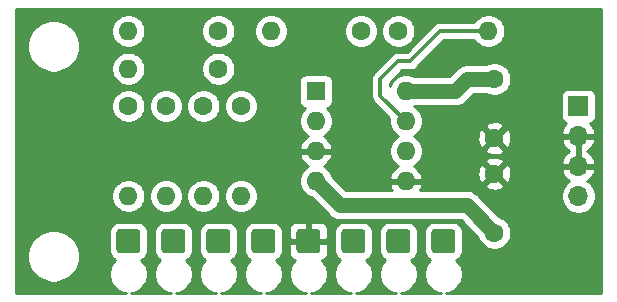
<source format=gbl>
%TF.GenerationSoftware,KiCad,Pcbnew,(5.1.8-0-10_14)*%
%TF.CreationDate,2021-01-31T16:12:45+00:00*%
%TF.ProjectId,dc-mixer,64632d6d-6978-4657-922e-6b696361645f,rev?*%
%TF.SameCoordinates,Original*%
%TF.FileFunction,Copper,L2,Bot*%
%TF.FilePolarity,Positive*%
%FSLAX46Y46*%
G04 Gerber Fmt 4.6, Leading zero omitted, Abs format (unit mm)*
G04 Created by KiCad (PCBNEW (5.1.8-0-10_14)) date 2021-01-31 16:12:45*
%MOMM*%
%LPD*%
G01*
G04 APERTURE LIST*
%TA.AperFunction,ComponentPad*%
%ADD10C,1.600000*%
%TD*%
%TA.AperFunction,ComponentPad*%
%ADD11R,1.700000X1.700000*%
%TD*%
%TA.AperFunction,ComponentPad*%
%ADD12O,1.700000X1.700000*%
%TD*%
%TA.AperFunction,ComponentPad*%
%ADD13O,1.600000X1.600000*%
%TD*%
%TA.AperFunction,ComponentPad*%
%ADD14R,1.600000X1.600000*%
%TD*%
%TA.AperFunction,Conductor*%
%ADD15C,1.270000*%
%TD*%
%TA.AperFunction,Conductor*%
%ADD16C,0.304800*%
%TD*%
%TA.AperFunction,Conductor*%
%ADD17C,0.254000*%
%TD*%
%TA.AperFunction,Conductor*%
%ADD18C,0.100000*%
%TD*%
G04 APERTURE END LIST*
D10*
%TO.P,C1,2*%
%TO.N,GNDREF*%
X142748000Y-113204000D03*
%TO.P,C1,1*%
%TO.N,+12V*%
X142748000Y-108204000D03*
%TD*%
%TO.P,C2,1*%
%TO.N,GNDREF*%
X142748000Y-116205000D03*
%TO.P,C2,2*%
%TO.N,-12V*%
X142748000Y-121205000D03*
%TD*%
%TO.P,J1,1*%
%TO.N,Net-(J1-Pad1)*%
%TA.AperFunction,ComponentPad*%
G36*
G01*
X110744000Y-122682000D02*
X110744000Y-121158000D01*
G75*
G02*
X110998000Y-120904000I254000J0D01*
G01*
X112522000Y-120904000D01*
G75*
G02*
X112776000Y-121158000I0J-254000D01*
G01*
X112776000Y-122682000D01*
G75*
G02*
X112522000Y-122936000I-254000J0D01*
G01*
X110998000Y-122936000D01*
G75*
G02*
X110744000Y-122682000I0J254000D01*
G01*
G37*
%TD.AperFunction*%
%TD*%
%TO.P,J2,1*%
%TO.N,Net-(J2-Pad1)*%
%TA.AperFunction,ComponentPad*%
G36*
G01*
X114554000Y-122682000D02*
X114554000Y-121158000D01*
G75*
G02*
X114808000Y-120904000I254000J0D01*
G01*
X116332000Y-120904000D01*
G75*
G02*
X116586000Y-121158000I0J-254000D01*
G01*
X116586000Y-122682000D01*
G75*
G02*
X116332000Y-122936000I-254000J0D01*
G01*
X114808000Y-122936000D01*
G75*
G02*
X114554000Y-122682000I0J254000D01*
G01*
G37*
%TD.AperFunction*%
%TD*%
%TO.P,J3,1*%
%TO.N,Net-(J3-Pad1)*%
%TA.AperFunction,ComponentPad*%
G36*
G01*
X118364000Y-122682000D02*
X118364000Y-121158000D01*
G75*
G02*
X118618000Y-120904000I254000J0D01*
G01*
X120142000Y-120904000D01*
G75*
G02*
X120396000Y-121158000I0J-254000D01*
G01*
X120396000Y-122682000D01*
G75*
G02*
X120142000Y-122936000I-254000J0D01*
G01*
X118618000Y-122936000D01*
G75*
G02*
X118364000Y-122682000I0J254000D01*
G01*
G37*
%TD.AperFunction*%
%TD*%
%TO.P,J4,1*%
%TO.N,Net-(J4-Pad1)*%
%TA.AperFunction,ComponentPad*%
G36*
G01*
X122174000Y-122682000D02*
X122174000Y-121158000D01*
G75*
G02*
X122428000Y-120904000I254000J0D01*
G01*
X123952000Y-120904000D01*
G75*
G02*
X124206000Y-121158000I0J-254000D01*
G01*
X124206000Y-122682000D01*
G75*
G02*
X123952000Y-122936000I-254000J0D01*
G01*
X122428000Y-122936000D01*
G75*
G02*
X122174000Y-122682000I0J254000D01*
G01*
G37*
%TD.AperFunction*%
%TD*%
%TO.P,J5,1*%
%TO.N,Net-(J5-Pad1)*%
%TA.AperFunction,ComponentPad*%
G36*
G01*
X129794000Y-122682000D02*
X129794000Y-121158000D01*
G75*
G02*
X130048000Y-120904000I254000J0D01*
G01*
X131572000Y-120904000D01*
G75*
G02*
X131826000Y-121158000I0J-254000D01*
G01*
X131826000Y-122682000D01*
G75*
G02*
X131572000Y-122936000I-254000J0D01*
G01*
X130048000Y-122936000D01*
G75*
G02*
X129794000Y-122682000I0J254000D01*
G01*
G37*
%TD.AperFunction*%
%TD*%
%TO.P,J6,1*%
%TO.N,Net-(J6-Pad1)*%
%TA.AperFunction,ComponentPad*%
G36*
G01*
X133604000Y-122682000D02*
X133604000Y-121158000D01*
G75*
G02*
X133858000Y-120904000I254000J0D01*
G01*
X135382000Y-120904000D01*
G75*
G02*
X135636000Y-121158000I0J-254000D01*
G01*
X135636000Y-122682000D01*
G75*
G02*
X135382000Y-122936000I-254000J0D01*
G01*
X133858000Y-122936000D01*
G75*
G02*
X133604000Y-122682000I0J254000D01*
G01*
G37*
%TD.AperFunction*%
%TD*%
%TO.P,OUT,1*%
%TO.N,Net-(J7-Pad1)*%
%TA.AperFunction,ComponentPad*%
G36*
G01*
X137414000Y-122682000D02*
X137414000Y-121158000D01*
G75*
G02*
X137668000Y-120904000I254000J0D01*
G01*
X139192000Y-120904000D01*
G75*
G02*
X139446000Y-121158000I0J-254000D01*
G01*
X139446000Y-122682000D01*
G75*
G02*
X139192000Y-122936000I-254000J0D01*
G01*
X137668000Y-122936000D01*
G75*
G02*
X137414000Y-122682000I0J254000D01*
G01*
G37*
%TD.AperFunction*%
%TD*%
D11*
%TO.P,J8,1*%
%TO.N,+12V*%
X149860000Y-110490000D03*
D12*
%TO.P,J8,2*%
%TO.N,GNDREF*%
X149860000Y-113030000D03*
%TO.P,J8,3*%
X149860000Y-115570000D03*
%TO.P,J8,4*%
%TO.N,-12V*%
X149860000Y-118110000D03*
%TD*%
%TO.P,GND,1*%
%TO.N,GNDREF*%
%TA.AperFunction,ComponentPad*%
G36*
G01*
X125984000Y-122682000D02*
X125984000Y-121158000D01*
G75*
G02*
X126238000Y-120904000I254000J0D01*
G01*
X127762000Y-120904000D01*
G75*
G02*
X128016000Y-121158000I0J-254000D01*
G01*
X128016000Y-122682000D01*
G75*
G02*
X127762000Y-122936000I-254000J0D01*
G01*
X126238000Y-122936000D01*
G75*
G02*
X125984000Y-122682000I0J254000D01*
G01*
G37*
%TD.AperFunction*%
%TD*%
D10*
%TO.P,R1,1*%
%TO.N,Net-(J5-Pad1)*%
X111760000Y-110490000D03*
D13*
%TO.P,R1,2*%
%TO.N,Net-(J1-Pad1)*%
X111760000Y-118110000D03*
%TD*%
%TO.P,R2,2*%
%TO.N,Net-(J2-Pad1)*%
X114935000Y-118110000D03*
D10*
%TO.P,R2,1*%
%TO.N,Net-(J5-Pad1)*%
X114935000Y-110490000D03*
%TD*%
%TO.P,R3,1*%
%TO.N,Net-(J5-Pad1)*%
X118110000Y-110490000D03*
D13*
%TO.P,R3,2*%
%TO.N,Net-(J3-Pad1)*%
X118110000Y-118110000D03*
%TD*%
%TO.P,R4,2*%
%TO.N,Net-(J4-Pad1)*%
X121285000Y-118110000D03*
D10*
%TO.P,R4,1*%
%TO.N,Net-(J5-Pad1)*%
X121285000Y-110490000D03*
%TD*%
%TO.P,R5,1*%
%TO.N,Net-(R5-Pad1)*%
X119380000Y-107315000D03*
D13*
%TO.P,R5,2*%
%TO.N,Net-(J5-Pad1)*%
X111760000Y-107315000D03*
%TD*%
%TO.P,R6,2*%
%TO.N,Net-(R5-Pad1)*%
X111760000Y-104140000D03*
D10*
%TO.P,R6,1*%
%TO.N,Net-(J6-Pad1)*%
X119380000Y-104140000D03*
%TD*%
%TO.P,R7,1*%
%TO.N,Net-(J7-Pad1)*%
X131445000Y-104140000D03*
D13*
%TO.P,R7,2*%
%TO.N,Net-(J6-Pad1)*%
X123825000Y-104140000D03*
%TD*%
D10*
%TO.P,R8,1*%
%TO.N,Net-(J7-Pad1)*%
X134620000Y-104140000D03*
D13*
%TO.P,R8,2*%
%TO.N,Net-(R8-Pad2)*%
X142240000Y-104140000D03*
%TD*%
D14*
%TO.P,U1,1*%
%TO.N,Net-(R5-Pad1)*%
X127635000Y-109220000D03*
D13*
%TO.P,U1,5*%
%TO.N,GNDREF*%
X135255000Y-116840000D03*
%TO.P,U1,2*%
%TO.N,Net-(J5-Pad1)*%
X127635000Y-111760000D03*
%TO.P,U1,6*%
%TO.N,Net-(J6-Pad1)*%
X135255000Y-114300000D03*
%TO.P,U1,3*%
%TO.N,GNDREF*%
X127635000Y-114300000D03*
%TO.P,U1,7*%
%TO.N,Net-(R8-Pad2)*%
X135255000Y-111760000D03*
%TO.P,U1,4*%
%TO.N,-12V*%
X127635000Y-116840000D03*
%TO.P,U1,8*%
%TO.N,+12V*%
X135255000Y-109220000D03*
%TD*%
D15*
%TO.N,+12V*%
X142748000Y-108204000D02*
X140462000Y-108204000D01*
X139446000Y-109220000D02*
X135255000Y-109220000D01*
X140462000Y-108204000D02*
X139446000Y-109220000D01*
%TO.N,-12V*%
X129667000Y-118872000D02*
X127635000Y-116840000D01*
X140415000Y-118872000D02*
X129667000Y-118872000D01*
X142748000Y-121205000D02*
X140415000Y-118872000D01*
D16*
%TO.N,Net-(R8-Pad2)*%
X142240000Y-104140000D02*
X138176000Y-104140000D01*
X138176000Y-104140000D02*
X135636000Y-106680000D01*
X135636000Y-106680000D02*
X134620000Y-106680000D01*
X134620000Y-106680000D02*
X133096000Y-108204000D01*
X133096000Y-109601000D02*
X135255000Y-111760000D01*
X133096000Y-108204000D02*
X133096000Y-109601000D01*
%TD*%
D17*
%TO.N,GNDREF*%
X151740001Y-126340000D02*
X138636279Y-126340000D01*
X138906912Y-126286168D01*
X139204463Y-126162918D01*
X139472252Y-125983987D01*
X139699987Y-125756252D01*
X139878918Y-125488463D01*
X140002168Y-125190912D01*
X140065000Y-124875033D01*
X140065000Y-124552967D01*
X140002168Y-124237088D01*
X139878918Y-123939537D01*
X139699987Y-123671748D01*
X139534049Y-123505810D01*
X139687609Y-123423731D01*
X139822790Y-123312790D01*
X139933731Y-123177609D01*
X140016167Y-123023381D01*
X140066931Y-122856035D01*
X140084072Y-122682000D01*
X140084072Y-121158000D01*
X140066931Y-120983965D01*
X140016167Y-120816619D01*
X139933731Y-120662391D01*
X139822790Y-120527210D01*
X139687609Y-120416269D01*
X139533381Y-120333833D01*
X139366035Y-120283069D01*
X139192000Y-120265928D01*
X137668000Y-120265928D01*
X137493965Y-120283069D01*
X137326619Y-120333833D01*
X137172391Y-120416269D01*
X137037210Y-120527210D01*
X136926269Y-120662391D01*
X136843833Y-120816619D01*
X136793069Y-120983965D01*
X136775928Y-121158000D01*
X136775928Y-122682000D01*
X136793069Y-122856035D01*
X136843833Y-123023381D01*
X136926269Y-123177609D01*
X137037210Y-123312790D01*
X137172391Y-123423731D01*
X137325951Y-123505810D01*
X137160013Y-123671748D01*
X136981082Y-123939537D01*
X136857832Y-124237088D01*
X136795000Y-124552967D01*
X136795000Y-124875033D01*
X136857832Y-125190912D01*
X136981082Y-125488463D01*
X137160013Y-125756252D01*
X137387748Y-125983987D01*
X137655537Y-126162918D01*
X137953088Y-126286168D01*
X138223721Y-126340000D01*
X134826279Y-126340000D01*
X135096912Y-126286168D01*
X135394463Y-126162918D01*
X135662252Y-125983987D01*
X135889987Y-125756252D01*
X136068918Y-125488463D01*
X136192168Y-125190912D01*
X136255000Y-124875033D01*
X136255000Y-124552967D01*
X136192168Y-124237088D01*
X136068918Y-123939537D01*
X135889987Y-123671748D01*
X135724049Y-123505810D01*
X135877609Y-123423731D01*
X136012790Y-123312790D01*
X136123731Y-123177609D01*
X136206167Y-123023381D01*
X136256931Y-122856035D01*
X136274072Y-122682000D01*
X136274072Y-121158000D01*
X136256931Y-120983965D01*
X136206167Y-120816619D01*
X136123731Y-120662391D01*
X136012790Y-120527210D01*
X135877609Y-120416269D01*
X135723381Y-120333833D01*
X135556035Y-120283069D01*
X135382000Y-120265928D01*
X133858000Y-120265928D01*
X133683965Y-120283069D01*
X133516619Y-120333833D01*
X133362391Y-120416269D01*
X133227210Y-120527210D01*
X133116269Y-120662391D01*
X133033833Y-120816619D01*
X132983069Y-120983965D01*
X132965928Y-121158000D01*
X132965928Y-122682000D01*
X132983069Y-122856035D01*
X133033833Y-123023381D01*
X133116269Y-123177609D01*
X133227210Y-123312790D01*
X133362391Y-123423731D01*
X133515951Y-123505810D01*
X133350013Y-123671748D01*
X133171082Y-123939537D01*
X133047832Y-124237088D01*
X132985000Y-124552967D01*
X132985000Y-124875033D01*
X133047832Y-125190912D01*
X133171082Y-125488463D01*
X133350013Y-125756252D01*
X133577748Y-125983987D01*
X133845537Y-126162918D01*
X134143088Y-126286168D01*
X134413721Y-126340000D01*
X131016279Y-126340000D01*
X131286912Y-126286168D01*
X131584463Y-126162918D01*
X131852252Y-125983987D01*
X132079987Y-125756252D01*
X132258918Y-125488463D01*
X132382168Y-125190912D01*
X132445000Y-124875033D01*
X132445000Y-124552967D01*
X132382168Y-124237088D01*
X132258918Y-123939537D01*
X132079987Y-123671748D01*
X131914049Y-123505810D01*
X132067609Y-123423731D01*
X132202790Y-123312790D01*
X132313731Y-123177609D01*
X132396167Y-123023381D01*
X132446931Y-122856035D01*
X132464072Y-122682000D01*
X132464072Y-121158000D01*
X132446931Y-120983965D01*
X132396167Y-120816619D01*
X132313731Y-120662391D01*
X132202790Y-120527210D01*
X132067609Y-120416269D01*
X131913381Y-120333833D01*
X131746035Y-120283069D01*
X131572000Y-120265928D01*
X130048000Y-120265928D01*
X129873965Y-120283069D01*
X129706619Y-120333833D01*
X129552391Y-120416269D01*
X129417210Y-120527210D01*
X129306269Y-120662391D01*
X129223833Y-120816619D01*
X129173069Y-120983965D01*
X129155928Y-121158000D01*
X129155928Y-122682000D01*
X129173069Y-122856035D01*
X129223833Y-123023381D01*
X129306269Y-123177609D01*
X129417210Y-123312790D01*
X129552391Y-123423731D01*
X129705951Y-123505810D01*
X129540013Y-123671748D01*
X129361082Y-123939537D01*
X129237832Y-124237088D01*
X129175000Y-124552967D01*
X129175000Y-124875033D01*
X129237832Y-125190912D01*
X129361082Y-125488463D01*
X129540013Y-125756252D01*
X129767748Y-125983987D01*
X130035537Y-126162918D01*
X130333088Y-126286168D01*
X130603721Y-126340000D01*
X127206279Y-126340000D01*
X127476912Y-126286168D01*
X127774463Y-126162918D01*
X128042252Y-125983987D01*
X128269987Y-125756252D01*
X128448918Y-125488463D01*
X128572168Y-125190912D01*
X128635000Y-124875033D01*
X128635000Y-124552967D01*
X128572168Y-124237088D01*
X128448918Y-123939537D01*
X128269987Y-123671748D01*
X128155496Y-123557257D01*
X128260180Y-123525502D01*
X128370494Y-123466537D01*
X128467185Y-123387185D01*
X128546537Y-123290494D01*
X128605502Y-123180180D01*
X128641812Y-123060482D01*
X128654072Y-122936000D01*
X128651000Y-122205750D01*
X128492250Y-122047000D01*
X127127000Y-122047000D01*
X127127000Y-122067000D01*
X126873000Y-122067000D01*
X126873000Y-122047000D01*
X125507750Y-122047000D01*
X125349000Y-122205750D01*
X125345928Y-122936000D01*
X125358188Y-123060482D01*
X125394498Y-123180180D01*
X125453463Y-123290494D01*
X125532815Y-123387185D01*
X125629506Y-123466537D01*
X125739820Y-123525502D01*
X125844504Y-123557257D01*
X125730013Y-123671748D01*
X125551082Y-123939537D01*
X125427832Y-124237088D01*
X125365000Y-124552967D01*
X125365000Y-124875033D01*
X125427832Y-125190912D01*
X125551082Y-125488463D01*
X125730013Y-125756252D01*
X125957748Y-125983987D01*
X126225537Y-126162918D01*
X126523088Y-126286168D01*
X126793721Y-126340000D01*
X123396279Y-126340000D01*
X123666912Y-126286168D01*
X123964463Y-126162918D01*
X124232252Y-125983987D01*
X124459987Y-125756252D01*
X124638918Y-125488463D01*
X124762168Y-125190912D01*
X124825000Y-124875033D01*
X124825000Y-124552967D01*
X124762168Y-124237088D01*
X124638918Y-123939537D01*
X124459987Y-123671748D01*
X124294049Y-123505810D01*
X124447609Y-123423731D01*
X124582790Y-123312790D01*
X124693731Y-123177609D01*
X124776167Y-123023381D01*
X124826931Y-122856035D01*
X124844072Y-122682000D01*
X124844072Y-121158000D01*
X124826931Y-120983965D01*
X124802674Y-120904000D01*
X125345928Y-120904000D01*
X125349000Y-121634250D01*
X125507750Y-121793000D01*
X126873000Y-121793000D01*
X126873000Y-120427750D01*
X127127000Y-120427750D01*
X127127000Y-121793000D01*
X128492250Y-121793000D01*
X128651000Y-121634250D01*
X128654072Y-120904000D01*
X128641812Y-120779518D01*
X128605502Y-120659820D01*
X128546537Y-120549506D01*
X128467185Y-120452815D01*
X128370494Y-120373463D01*
X128260180Y-120314498D01*
X128140482Y-120278188D01*
X128016000Y-120265928D01*
X127285750Y-120269000D01*
X127127000Y-120427750D01*
X126873000Y-120427750D01*
X126714250Y-120269000D01*
X125984000Y-120265928D01*
X125859518Y-120278188D01*
X125739820Y-120314498D01*
X125629506Y-120373463D01*
X125532815Y-120452815D01*
X125453463Y-120549506D01*
X125394498Y-120659820D01*
X125358188Y-120779518D01*
X125345928Y-120904000D01*
X124802674Y-120904000D01*
X124776167Y-120816619D01*
X124693731Y-120662391D01*
X124582790Y-120527210D01*
X124447609Y-120416269D01*
X124293381Y-120333833D01*
X124126035Y-120283069D01*
X123952000Y-120265928D01*
X122428000Y-120265928D01*
X122253965Y-120283069D01*
X122086619Y-120333833D01*
X121932391Y-120416269D01*
X121797210Y-120527210D01*
X121686269Y-120662391D01*
X121603833Y-120816619D01*
X121553069Y-120983965D01*
X121535928Y-121158000D01*
X121535928Y-122682000D01*
X121553069Y-122856035D01*
X121603833Y-123023381D01*
X121686269Y-123177609D01*
X121797210Y-123312790D01*
X121932391Y-123423731D01*
X122085951Y-123505810D01*
X121920013Y-123671748D01*
X121741082Y-123939537D01*
X121617832Y-124237088D01*
X121555000Y-124552967D01*
X121555000Y-124875033D01*
X121617832Y-125190912D01*
X121741082Y-125488463D01*
X121920013Y-125756252D01*
X122147748Y-125983987D01*
X122415537Y-126162918D01*
X122713088Y-126286168D01*
X122983721Y-126340000D01*
X119586279Y-126340000D01*
X119856912Y-126286168D01*
X120154463Y-126162918D01*
X120422252Y-125983987D01*
X120649987Y-125756252D01*
X120828918Y-125488463D01*
X120952168Y-125190912D01*
X121015000Y-124875033D01*
X121015000Y-124552967D01*
X120952168Y-124237088D01*
X120828918Y-123939537D01*
X120649987Y-123671748D01*
X120484049Y-123505810D01*
X120637609Y-123423731D01*
X120772790Y-123312790D01*
X120883731Y-123177609D01*
X120966167Y-123023381D01*
X121016931Y-122856035D01*
X121034072Y-122682000D01*
X121034072Y-121158000D01*
X121016931Y-120983965D01*
X120966167Y-120816619D01*
X120883731Y-120662391D01*
X120772790Y-120527210D01*
X120637609Y-120416269D01*
X120483381Y-120333833D01*
X120316035Y-120283069D01*
X120142000Y-120265928D01*
X118618000Y-120265928D01*
X118443965Y-120283069D01*
X118276619Y-120333833D01*
X118122391Y-120416269D01*
X117987210Y-120527210D01*
X117876269Y-120662391D01*
X117793833Y-120816619D01*
X117743069Y-120983965D01*
X117725928Y-121158000D01*
X117725928Y-122682000D01*
X117743069Y-122856035D01*
X117793833Y-123023381D01*
X117876269Y-123177609D01*
X117987210Y-123312790D01*
X118122391Y-123423731D01*
X118275951Y-123505810D01*
X118110013Y-123671748D01*
X117931082Y-123939537D01*
X117807832Y-124237088D01*
X117745000Y-124552967D01*
X117745000Y-124875033D01*
X117807832Y-125190912D01*
X117931082Y-125488463D01*
X118110013Y-125756252D01*
X118337748Y-125983987D01*
X118605537Y-126162918D01*
X118903088Y-126286168D01*
X119173721Y-126340000D01*
X115776279Y-126340000D01*
X116046912Y-126286168D01*
X116344463Y-126162918D01*
X116612252Y-125983987D01*
X116839987Y-125756252D01*
X117018918Y-125488463D01*
X117142168Y-125190912D01*
X117205000Y-124875033D01*
X117205000Y-124552967D01*
X117142168Y-124237088D01*
X117018918Y-123939537D01*
X116839987Y-123671748D01*
X116674049Y-123505810D01*
X116827609Y-123423731D01*
X116962790Y-123312790D01*
X117073731Y-123177609D01*
X117156167Y-123023381D01*
X117206931Y-122856035D01*
X117224072Y-122682000D01*
X117224072Y-121158000D01*
X117206931Y-120983965D01*
X117156167Y-120816619D01*
X117073731Y-120662391D01*
X116962790Y-120527210D01*
X116827609Y-120416269D01*
X116673381Y-120333833D01*
X116506035Y-120283069D01*
X116332000Y-120265928D01*
X114808000Y-120265928D01*
X114633965Y-120283069D01*
X114466619Y-120333833D01*
X114312391Y-120416269D01*
X114177210Y-120527210D01*
X114066269Y-120662391D01*
X113983833Y-120816619D01*
X113933069Y-120983965D01*
X113915928Y-121158000D01*
X113915928Y-122682000D01*
X113933069Y-122856035D01*
X113983833Y-123023381D01*
X114066269Y-123177609D01*
X114177210Y-123312790D01*
X114312391Y-123423731D01*
X114465951Y-123505810D01*
X114300013Y-123671748D01*
X114121082Y-123939537D01*
X113997832Y-124237088D01*
X113935000Y-124552967D01*
X113935000Y-124875033D01*
X113997832Y-125190912D01*
X114121082Y-125488463D01*
X114300013Y-125756252D01*
X114527748Y-125983987D01*
X114795537Y-126162918D01*
X115093088Y-126286168D01*
X115363721Y-126340000D01*
X111966279Y-126340000D01*
X112236912Y-126286168D01*
X112534463Y-126162918D01*
X112802252Y-125983987D01*
X113029987Y-125756252D01*
X113208918Y-125488463D01*
X113332168Y-125190912D01*
X113395000Y-124875033D01*
X113395000Y-124552967D01*
X113332168Y-124237088D01*
X113208918Y-123939537D01*
X113029987Y-123671748D01*
X112864049Y-123505810D01*
X113017609Y-123423731D01*
X113152790Y-123312790D01*
X113263731Y-123177609D01*
X113346167Y-123023381D01*
X113396931Y-122856035D01*
X113414072Y-122682000D01*
X113414072Y-121158000D01*
X113396931Y-120983965D01*
X113346167Y-120816619D01*
X113263731Y-120662391D01*
X113152790Y-120527210D01*
X113017609Y-120416269D01*
X112863381Y-120333833D01*
X112696035Y-120283069D01*
X112522000Y-120265928D01*
X110998000Y-120265928D01*
X110823965Y-120283069D01*
X110656619Y-120333833D01*
X110502391Y-120416269D01*
X110367210Y-120527210D01*
X110256269Y-120662391D01*
X110173833Y-120816619D01*
X110123069Y-120983965D01*
X110105928Y-121158000D01*
X110105928Y-122682000D01*
X110123069Y-122856035D01*
X110173833Y-123023381D01*
X110256269Y-123177609D01*
X110367210Y-123312790D01*
X110502391Y-123423731D01*
X110655951Y-123505810D01*
X110490013Y-123671748D01*
X110311082Y-123939537D01*
X110187832Y-124237088D01*
X110125000Y-124552967D01*
X110125000Y-124875033D01*
X110187832Y-125190912D01*
X110311082Y-125488463D01*
X110490013Y-125756252D01*
X110717748Y-125983987D01*
X110985537Y-126162918D01*
X111283088Y-126286168D01*
X111553721Y-126340000D01*
X102260000Y-126340000D01*
X102260000Y-122969872D01*
X103175000Y-122969872D01*
X103175000Y-123410128D01*
X103260890Y-123841925D01*
X103429369Y-124248669D01*
X103673962Y-124614729D01*
X103985271Y-124926038D01*
X104351331Y-125170631D01*
X104758075Y-125339110D01*
X105189872Y-125425000D01*
X105630128Y-125425000D01*
X106061925Y-125339110D01*
X106468669Y-125170631D01*
X106834729Y-124926038D01*
X107146038Y-124614729D01*
X107390631Y-124248669D01*
X107559110Y-123841925D01*
X107645000Y-123410128D01*
X107645000Y-122969872D01*
X107559110Y-122538075D01*
X107390631Y-122131331D01*
X107146038Y-121765271D01*
X106834729Y-121453962D01*
X106468669Y-121209369D01*
X106061925Y-121040890D01*
X105630128Y-120955000D01*
X105189872Y-120955000D01*
X104758075Y-121040890D01*
X104351331Y-121209369D01*
X103985271Y-121453962D01*
X103673962Y-121765271D01*
X103429369Y-122131331D01*
X103260890Y-122538075D01*
X103175000Y-122969872D01*
X102260000Y-122969872D01*
X102260000Y-117968665D01*
X110325000Y-117968665D01*
X110325000Y-118251335D01*
X110380147Y-118528574D01*
X110488320Y-118789727D01*
X110645363Y-119024759D01*
X110845241Y-119224637D01*
X111080273Y-119381680D01*
X111341426Y-119489853D01*
X111618665Y-119545000D01*
X111901335Y-119545000D01*
X112178574Y-119489853D01*
X112439727Y-119381680D01*
X112674759Y-119224637D01*
X112874637Y-119024759D01*
X113031680Y-118789727D01*
X113139853Y-118528574D01*
X113195000Y-118251335D01*
X113195000Y-117968665D01*
X113500000Y-117968665D01*
X113500000Y-118251335D01*
X113555147Y-118528574D01*
X113663320Y-118789727D01*
X113820363Y-119024759D01*
X114020241Y-119224637D01*
X114255273Y-119381680D01*
X114516426Y-119489853D01*
X114793665Y-119545000D01*
X115076335Y-119545000D01*
X115353574Y-119489853D01*
X115614727Y-119381680D01*
X115849759Y-119224637D01*
X116049637Y-119024759D01*
X116206680Y-118789727D01*
X116314853Y-118528574D01*
X116370000Y-118251335D01*
X116370000Y-117968665D01*
X116675000Y-117968665D01*
X116675000Y-118251335D01*
X116730147Y-118528574D01*
X116838320Y-118789727D01*
X116995363Y-119024759D01*
X117195241Y-119224637D01*
X117430273Y-119381680D01*
X117691426Y-119489853D01*
X117968665Y-119545000D01*
X118251335Y-119545000D01*
X118528574Y-119489853D01*
X118789727Y-119381680D01*
X119024759Y-119224637D01*
X119224637Y-119024759D01*
X119381680Y-118789727D01*
X119489853Y-118528574D01*
X119545000Y-118251335D01*
X119545000Y-117968665D01*
X119850000Y-117968665D01*
X119850000Y-118251335D01*
X119905147Y-118528574D01*
X120013320Y-118789727D01*
X120170363Y-119024759D01*
X120370241Y-119224637D01*
X120605273Y-119381680D01*
X120866426Y-119489853D01*
X121143665Y-119545000D01*
X121426335Y-119545000D01*
X121703574Y-119489853D01*
X121964727Y-119381680D01*
X122199759Y-119224637D01*
X122399637Y-119024759D01*
X122556680Y-118789727D01*
X122664853Y-118528574D01*
X122720000Y-118251335D01*
X122720000Y-117968665D01*
X122664853Y-117691426D01*
X122556680Y-117430273D01*
X122399637Y-117195241D01*
X122199759Y-116995363D01*
X121964727Y-116838320D01*
X121703574Y-116730147D01*
X121545306Y-116698665D01*
X126200000Y-116698665D01*
X126200000Y-116981335D01*
X126255147Y-117258574D01*
X126363320Y-117519727D01*
X126520363Y-117754759D01*
X126720241Y-117954637D01*
X126955273Y-118111680D01*
X127216426Y-118219853D01*
X127219393Y-118220443D01*
X128724863Y-119725914D01*
X128764630Y-119774370D01*
X128958012Y-119933075D01*
X129101790Y-120009925D01*
X129178640Y-120051003D01*
X129418036Y-120123623D01*
X129441347Y-120125919D01*
X129604620Y-120142000D01*
X129604627Y-120142000D01*
X129667000Y-120148143D01*
X129729373Y-120142000D01*
X139888950Y-120142000D01*
X141367557Y-121620608D01*
X141368147Y-121623574D01*
X141476320Y-121884727D01*
X141633363Y-122119759D01*
X141833241Y-122319637D01*
X142068273Y-122476680D01*
X142329426Y-122584853D01*
X142606665Y-122640000D01*
X142889335Y-122640000D01*
X143166574Y-122584853D01*
X143427727Y-122476680D01*
X143662759Y-122319637D01*
X143862637Y-122119759D01*
X144019680Y-121884727D01*
X144127853Y-121623574D01*
X144183000Y-121346335D01*
X144183000Y-121063665D01*
X144127853Y-120786426D01*
X144019680Y-120525273D01*
X143862637Y-120290241D01*
X143662759Y-120090363D01*
X143427727Y-119933320D01*
X143166574Y-119825147D01*
X143163608Y-119824557D01*
X141357141Y-118018091D01*
X141317370Y-117969630D01*
X141310194Y-117963740D01*
X148375000Y-117963740D01*
X148375000Y-118256260D01*
X148432068Y-118543158D01*
X148544010Y-118813411D01*
X148706525Y-119056632D01*
X148913368Y-119263475D01*
X149156589Y-119425990D01*
X149426842Y-119537932D01*
X149713740Y-119595000D01*
X150006260Y-119595000D01*
X150293158Y-119537932D01*
X150563411Y-119425990D01*
X150806632Y-119263475D01*
X151013475Y-119056632D01*
X151175990Y-118813411D01*
X151287932Y-118543158D01*
X151345000Y-118256260D01*
X151345000Y-117963740D01*
X151287932Y-117676842D01*
X151175990Y-117406589D01*
X151013475Y-117163368D01*
X150806632Y-116956525D01*
X150624466Y-116834805D01*
X150741355Y-116765178D01*
X150957588Y-116570269D01*
X151131641Y-116336920D01*
X151256825Y-116074099D01*
X151301476Y-115926890D01*
X151180155Y-115697000D01*
X149987000Y-115697000D01*
X149987000Y-115717000D01*
X149733000Y-115717000D01*
X149733000Y-115697000D01*
X148539845Y-115697000D01*
X148418524Y-115926890D01*
X148463175Y-116074099D01*
X148588359Y-116336920D01*
X148762412Y-116570269D01*
X148978645Y-116765178D01*
X149095534Y-116834805D01*
X148913368Y-116956525D01*
X148706525Y-117163368D01*
X148544010Y-117406589D01*
X148432068Y-117676842D01*
X148375000Y-117963740D01*
X141310194Y-117963740D01*
X141123988Y-117810925D01*
X140903359Y-117692997D01*
X140663963Y-117620377D01*
X140477380Y-117602000D01*
X140477373Y-117602000D01*
X140415000Y-117595857D01*
X140352627Y-117602000D01*
X136467817Y-117602000D01*
X136486037Y-117577420D01*
X136606246Y-117323087D01*
X136644276Y-117197702D01*
X141934903Y-117197702D01*
X142006486Y-117441671D01*
X142261996Y-117562571D01*
X142536184Y-117631300D01*
X142818512Y-117645217D01*
X143098130Y-117603787D01*
X143364292Y-117508603D01*
X143489514Y-117441671D01*
X143561097Y-117197702D01*
X142748000Y-116384605D01*
X141934903Y-117197702D01*
X136644276Y-117197702D01*
X136646904Y-117189039D01*
X136524915Y-116967000D01*
X135382000Y-116967000D01*
X135382000Y-116987000D01*
X135128000Y-116987000D01*
X135128000Y-116967000D01*
X133985085Y-116967000D01*
X133863096Y-117189039D01*
X133903754Y-117323087D01*
X134023963Y-117577420D01*
X134042183Y-117602000D01*
X130193051Y-117602000D01*
X129015443Y-116424393D01*
X129014853Y-116421426D01*
X128906680Y-116160273D01*
X128749637Y-115925241D01*
X128549759Y-115725363D01*
X128314727Y-115568320D01*
X128304135Y-115563933D01*
X128490131Y-115452385D01*
X128698519Y-115263414D01*
X128866037Y-115037420D01*
X128986246Y-114783087D01*
X129026904Y-114649039D01*
X128904915Y-114427000D01*
X127762000Y-114427000D01*
X127762000Y-114447000D01*
X127508000Y-114447000D01*
X127508000Y-114427000D01*
X126365085Y-114427000D01*
X126243096Y-114649039D01*
X126283754Y-114783087D01*
X126403963Y-115037420D01*
X126571481Y-115263414D01*
X126779869Y-115452385D01*
X126965865Y-115563933D01*
X126955273Y-115568320D01*
X126720241Y-115725363D01*
X126520363Y-115925241D01*
X126363320Y-116160273D01*
X126255147Y-116421426D01*
X126200000Y-116698665D01*
X121545306Y-116698665D01*
X121426335Y-116675000D01*
X121143665Y-116675000D01*
X120866426Y-116730147D01*
X120605273Y-116838320D01*
X120370241Y-116995363D01*
X120170363Y-117195241D01*
X120013320Y-117430273D01*
X119905147Y-117691426D01*
X119850000Y-117968665D01*
X119545000Y-117968665D01*
X119489853Y-117691426D01*
X119381680Y-117430273D01*
X119224637Y-117195241D01*
X119024759Y-116995363D01*
X118789727Y-116838320D01*
X118528574Y-116730147D01*
X118251335Y-116675000D01*
X117968665Y-116675000D01*
X117691426Y-116730147D01*
X117430273Y-116838320D01*
X117195241Y-116995363D01*
X116995363Y-117195241D01*
X116838320Y-117430273D01*
X116730147Y-117691426D01*
X116675000Y-117968665D01*
X116370000Y-117968665D01*
X116314853Y-117691426D01*
X116206680Y-117430273D01*
X116049637Y-117195241D01*
X115849759Y-116995363D01*
X115614727Y-116838320D01*
X115353574Y-116730147D01*
X115076335Y-116675000D01*
X114793665Y-116675000D01*
X114516426Y-116730147D01*
X114255273Y-116838320D01*
X114020241Y-116995363D01*
X113820363Y-117195241D01*
X113663320Y-117430273D01*
X113555147Y-117691426D01*
X113500000Y-117968665D01*
X113195000Y-117968665D01*
X113139853Y-117691426D01*
X113031680Y-117430273D01*
X112874637Y-117195241D01*
X112674759Y-116995363D01*
X112439727Y-116838320D01*
X112178574Y-116730147D01*
X111901335Y-116675000D01*
X111618665Y-116675000D01*
X111341426Y-116730147D01*
X111080273Y-116838320D01*
X110845241Y-116995363D01*
X110645363Y-117195241D01*
X110488320Y-117430273D01*
X110380147Y-117691426D01*
X110325000Y-117968665D01*
X102260000Y-117968665D01*
X102260000Y-110348665D01*
X110325000Y-110348665D01*
X110325000Y-110631335D01*
X110380147Y-110908574D01*
X110488320Y-111169727D01*
X110645363Y-111404759D01*
X110845241Y-111604637D01*
X111080273Y-111761680D01*
X111341426Y-111869853D01*
X111618665Y-111925000D01*
X111901335Y-111925000D01*
X112178574Y-111869853D01*
X112439727Y-111761680D01*
X112674759Y-111604637D01*
X112874637Y-111404759D01*
X113031680Y-111169727D01*
X113139853Y-110908574D01*
X113195000Y-110631335D01*
X113195000Y-110348665D01*
X113500000Y-110348665D01*
X113500000Y-110631335D01*
X113555147Y-110908574D01*
X113663320Y-111169727D01*
X113820363Y-111404759D01*
X114020241Y-111604637D01*
X114255273Y-111761680D01*
X114516426Y-111869853D01*
X114793665Y-111925000D01*
X115076335Y-111925000D01*
X115353574Y-111869853D01*
X115614727Y-111761680D01*
X115849759Y-111604637D01*
X116049637Y-111404759D01*
X116206680Y-111169727D01*
X116314853Y-110908574D01*
X116370000Y-110631335D01*
X116370000Y-110348665D01*
X116675000Y-110348665D01*
X116675000Y-110631335D01*
X116730147Y-110908574D01*
X116838320Y-111169727D01*
X116995363Y-111404759D01*
X117195241Y-111604637D01*
X117430273Y-111761680D01*
X117691426Y-111869853D01*
X117968665Y-111925000D01*
X118251335Y-111925000D01*
X118528574Y-111869853D01*
X118789727Y-111761680D01*
X119024759Y-111604637D01*
X119224637Y-111404759D01*
X119381680Y-111169727D01*
X119489853Y-110908574D01*
X119545000Y-110631335D01*
X119545000Y-110348665D01*
X119850000Y-110348665D01*
X119850000Y-110631335D01*
X119905147Y-110908574D01*
X120013320Y-111169727D01*
X120170363Y-111404759D01*
X120370241Y-111604637D01*
X120605273Y-111761680D01*
X120866426Y-111869853D01*
X121143665Y-111925000D01*
X121426335Y-111925000D01*
X121703574Y-111869853D01*
X121964727Y-111761680D01*
X122199759Y-111604637D01*
X122399637Y-111404759D01*
X122556680Y-111169727D01*
X122664853Y-110908574D01*
X122720000Y-110631335D01*
X122720000Y-110348665D01*
X122664853Y-110071426D01*
X122556680Y-109810273D01*
X122399637Y-109575241D01*
X122199759Y-109375363D01*
X121964727Y-109218320D01*
X121703574Y-109110147D01*
X121426335Y-109055000D01*
X121143665Y-109055000D01*
X120866426Y-109110147D01*
X120605273Y-109218320D01*
X120370241Y-109375363D01*
X120170363Y-109575241D01*
X120013320Y-109810273D01*
X119905147Y-110071426D01*
X119850000Y-110348665D01*
X119545000Y-110348665D01*
X119489853Y-110071426D01*
X119381680Y-109810273D01*
X119224637Y-109575241D01*
X119024759Y-109375363D01*
X118789727Y-109218320D01*
X118528574Y-109110147D01*
X118251335Y-109055000D01*
X117968665Y-109055000D01*
X117691426Y-109110147D01*
X117430273Y-109218320D01*
X117195241Y-109375363D01*
X116995363Y-109575241D01*
X116838320Y-109810273D01*
X116730147Y-110071426D01*
X116675000Y-110348665D01*
X116370000Y-110348665D01*
X116314853Y-110071426D01*
X116206680Y-109810273D01*
X116049637Y-109575241D01*
X115849759Y-109375363D01*
X115614727Y-109218320D01*
X115353574Y-109110147D01*
X115076335Y-109055000D01*
X114793665Y-109055000D01*
X114516426Y-109110147D01*
X114255273Y-109218320D01*
X114020241Y-109375363D01*
X113820363Y-109575241D01*
X113663320Y-109810273D01*
X113555147Y-110071426D01*
X113500000Y-110348665D01*
X113195000Y-110348665D01*
X113139853Y-110071426D01*
X113031680Y-109810273D01*
X112874637Y-109575241D01*
X112674759Y-109375363D01*
X112439727Y-109218320D01*
X112178574Y-109110147D01*
X111901335Y-109055000D01*
X111618665Y-109055000D01*
X111341426Y-109110147D01*
X111080273Y-109218320D01*
X110845241Y-109375363D01*
X110645363Y-109575241D01*
X110488320Y-109810273D01*
X110380147Y-110071426D01*
X110325000Y-110348665D01*
X102260000Y-110348665D01*
X102260000Y-105189872D01*
X103175000Y-105189872D01*
X103175000Y-105630128D01*
X103260890Y-106061925D01*
X103429369Y-106468669D01*
X103673962Y-106834729D01*
X103985271Y-107146038D01*
X104351331Y-107390631D01*
X104758075Y-107559110D01*
X105189872Y-107645000D01*
X105630128Y-107645000D01*
X106061925Y-107559110D01*
X106468669Y-107390631D01*
X106793382Y-107173665D01*
X110325000Y-107173665D01*
X110325000Y-107456335D01*
X110380147Y-107733574D01*
X110488320Y-107994727D01*
X110645363Y-108229759D01*
X110845241Y-108429637D01*
X111080273Y-108586680D01*
X111341426Y-108694853D01*
X111618665Y-108750000D01*
X111901335Y-108750000D01*
X112178574Y-108694853D01*
X112439727Y-108586680D01*
X112674759Y-108429637D01*
X112874637Y-108229759D01*
X113031680Y-107994727D01*
X113139853Y-107733574D01*
X113195000Y-107456335D01*
X113195000Y-107173665D01*
X117945000Y-107173665D01*
X117945000Y-107456335D01*
X118000147Y-107733574D01*
X118108320Y-107994727D01*
X118265363Y-108229759D01*
X118465241Y-108429637D01*
X118700273Y-108586680D01*
X118961426Y-108694853D01*
X119238665Y-108750000D01*
X119521335Y-108750000D01*
X119798574Y-108694853D01*
X120059727Y-108586680D01*
X120294759Y-108429637D01*
X120304396Y-108420000D01*
X126196928Y-108420000D01*
X126196928Y-110020000D01*
X126209188Y-110144482D01*
X126245498Y-110264180D01*
X126304463Y-110374494D01*
X126383815Y-110471185D01*
X126480506Y-110550537D01*
X126590820Y-110609502D01*
X126710518Y-110645812D01*
X126718961Y-110646643D01*
X126520363Y-110845241D01*
X126363320Y-111080273D01*
X126255147Y-111341426D01*
X126200000Y-111618665D01*
X126200000Y-111901335D01*
X126255147Y-112178574D01*
X126363320Y-112439727D01*
X126520363Y-112674759D01*
X126720241Y-112874637D01*
X126955273Y-113031680D01*
X126965865Y-113036067D01*
X126779869Y-113147615D01*
X126571481Y-113336586D01*
X126403963Y-113562580D01*
X126283754Y-113816913D01*
X126243096Y-113950961D01*
X126365085Y-114173000D01*
X127508000Y-114173000D01*
X127508000Y-114153000D01*
X127762000Y-114153000D01*
X127762000Y-114173000D01*
X128904915Y-114173000D01*
X129026904Y-113950961D01*
X128986246Y-113816913D01*
X128866037Y-113562580D01*
X128698519Y-113336586D01*
X128490131Y-113147615D01*
X128304135Y-113036067D01*
X128314727Y-113031680D01*
X128549759Y-112874637D01*
X128749637Y-112674759D01*
X128906680Y-112439727D01*
X129014853Y-112178574D01*
X129070000Y-111901335D01*
X129070000Y-111618665D01*
X129014853Y-111341426D01*
X128906680Y-111080273D01*
X128749637Y-110845241D01*
X128551039Y-110646643D01*
X128559482Y-110645812D01*
X128679180Y-110609502D01*
X128789494Y-110550537D01*
X128886185Y-110471185D01*
X128965537Y-110374494D01*
X129024502Y-110264180D01*
X129060812Y-110144482D01*
X129073072Y-110020000D01*
X129073072Y-108420000D01*
X129060812Y-108295518D01*
X129033051Y-108204000D01*
X132304792Y-108204000D01*
X132308600Y-108242663D01*
X132308601Y-109562328D01*
X132304792Y-109601000D01*
X132319995Y-109755357D01*
X132365018Y-109903782D01*
X132365019Y-109903783D01*
X132438135Y-110040572D01*
X132536532Y-110160469D01*
X132566573Y-110185123D01*
X133849883Y-111468434D01*
X133820000Y-111618665D01*
X133820000Y-111901335D01*
X133875147Y-112178574D01*
X133983320Y-112439727D01*
X134140363Y-112674759D01*
X134340241Y-112874637D01*
X134572759Y-113030000D01*
X134340241Y-113185363D01*
X134140363Y-113385241D01*
X133983320Y-113620273D01*
X133875147Y-113881426D01*
X133820000Y-114158665D01*
X133820000Y-114441335D01*
X133875147Y-114718574D01*
X133983320Y-114979727D01*
X134140363Y-115214759D01*
X134340241Y-115414637D01*
X134575273Y-115571680D01*
X134585865Y-115576067D01*
X134399869Y-115687615D01*
X134191481Y-115876586D01*
X134023963Y-116102580D01*
X133903754Y-116356913D01*
X133863096Y-116490961D01*
X133985085Y-116713000D01*
X135128000Y-116713000D01*
X135128000Y-116693000D01*
X135382000Y-116693000D01*
X135382000Y-116713000D01*
X136524915Y-116713000D01*
X136646904Y-116490961D01*
X136606246Y-116356913D01*
X136567773Y-116275512D01*
X141307783Y-116275512D01*
X141349213Y-116555130D01*
X141444397Y-116821292D01*
X141511329Y-116946514D01*
X141755298Y-117018097D01*
X142568395Y-116205000D01*
X142927605Y-116205000D01*
X143740702Y-117018097D01*
X143984671Y-116946514D01*
X144105571Y-116691004D01*
X144174300Y-116416816D01*
X144188217Y-116134488D01*
X144146787Y-115854870D01*
X144051603Y-115588708D01*
X143984671Y-115463486D01*
X143740702Y-115391903D01*
X142927605Y-116205000D01*
X142568395Y-116205000D01*
X141755298Y-115391903D01*
X141511329Y-115463486D01*
X141390429Y-115718996D01*
X141321700Y-115993184D01*
X141307783Y-116275512D01*
X136567773Y-116275512D01*
X136486037Y-116102580D01*
X136318519Y-115876586D01*
X136110131Y-115687615D01*
X135924135Y-115576067D01*
X135934727Y-115571680D01*
X136169759Y-115414637D01*
X136369637Y-115214759D01*
X136371281Y-115212298D01*
X141934903Y-115212298D01*
X142748000Y-116025395D01*
X143561097Y-115212298D01*
X143489514Y-114968329D01*
X143234004Y-114847429D01*
X142959816Y-114778700D01*
X142677488Y-114764783D01*
X142397870Y-114806213D01*
X142131708Y-114901397D01*
X142006486Y-114968329D01*
X141934903Y-115212298D01*
X136371281Y-115212298D01*
X136526680Y-114979727D01*
X136634853Y-114718574D01*
X136690000Y-114441335D01*
X136690000Y-114196702D01*
X141934903Y-114196702D01*
X142006486Y-114440671D01*
X142261996Y-114561571D01*
X142536184Y-114630300D01*
X142818512Y-114644217D01*
X143098130Y-114602787D01*
X143364292Y-114507603D01*
X143489514Y-114440671D01*
X143561097Y-114196702D01*
X142748000Y-113383605D01*
X141934903Y-114196702D01*
X136690000Y-114196702D01*
X136690000Y-114158665D01*
X136634853Y-113881426D01*
X136526680Y-113620273D01*
X136369637Y-113385241D01*
X136258908Y-113274512D01*
X141307783Y-113274512D01*
X141349213Y-113554130D01*
X141444397Y-113820292D01*
X141511329Y-113945514D01*
X141755298Y-114017097D01*
X142568395Y-113204000D01*
X142927605Y-113204000D01*
X143740702Y-114017097D01*
X143984671Y-113945514D01*
X144105571Y-113690004D01*
X144174300Y-113415816D01*
X144175725Y-113386890D01*
X148418524Y-113386890D01*
X148463175Y-113534099D01*
X148588359Y-113796920D01*
X148762412Y-114030269D01*
X148978645Y-114225178D01*
X149104255Y-114300000D01*
X148978645Y-114374822D01*
X148762412Y-114569731D01*
X148588359Y-114803080D01*
X148463175Y-115065901D01*
X148418524Y-115213110D01*
X148539845Y-115443000D01*
X149733000Y-115443000D01*
X149733000Y-113157000D01*
X149987000Y-113157000D01*
X149987000Y-115443000D01*
X151180155Y-115443000D01*
X151301476Y-115213110D01*
X151256825Y-115065901D01*
X151131641Y-114803080D01*
X150957588Y-114569731D01*
X150741355Y-114374822D01*
X150615745Y-114300000D01*
X150741355Y-114225178D01*
X150957588Y-114030269D01*
X151131641Y-113796920D01*
X151256825Y-113534099D01*
X151301476Y-113386890D01*
X151180155Y-113157000D01*
X149987000Y-113157000D01*
X149733000Y-113157000D01*
X148539845Y-113157000D01*
X148418524Y-113386890D01*
X144175725Y-113386890D01*
X144188217Y-113133488D01*
X144146787Y-112853870D01*
X144051603Y-112587708D01*
X143984671Y-112462486D01*
X143740702Y-112390903D01*
X142927605Y-113204000D01*
X142568395Y-113204000D01*
X141755298Y-112390903D01*
X141511329Y-112462486D01*
X141390429Y-112717996D01*
X141321700Y-112992184D01*
X141307783Y-113274512D01*
X136258908Y-113274512D01*
X136169759Y-113185363D01*
X135937241Y-113030000D01*
X136169759Y-112874637D01*
X136369637Y-112674759D01*
X136526680Y-112439727D01*
X136621298Y-112211298D01*
X141934903Y-112211298D01*
X142748000Y-113024395D01*
X143561097Y-112211298D01*
X143489514Y-111967329D01*
X143234004Y-111846429D01*
X142959816Y-111777700D01*
X142677488Y-111763783D01*
X142397870Y-111805213D01*
X142131708Y-111900397D01*
X142006486Y-111967329D01*
X141934903Y-112211298D01*
X136621298Y-112211298D01*
X136634853Y-112178574D01*
X136690000Y-111901335D01*
X136690000Y-111618665D01*
X136634853Y-111341426D01*
X136526680Y-111080273D01*
X136369637Y-110845241D01*
X136169759Y-110645363D01*
X135937241Y-110490000D01*
X139383627Y-110490000D01*
X139446000Y-110496143D01*
X139508373Y-110490000D01*
X139508380Y-110490000D01*
X139694963Y-110471623D01*
X139934359Y-110399003D01*
X140154988Y-110281075D01*
X140348370Y-110122370D01*
X140388141Y-110073909D01*
X140822050Y-109640000D01*
X148371928Y-109640000D01*
X148371928Y-111340000D01*
X148384188Y-111464482D01*
X148420498Y-111584180D01*
X148479463Y-111694494D01*
X148558815Y-111791185D01*
X148655506Y-111870537D01*
X148765820Y-111929502D01*
X148846466Y-111953966D01*
X148762412Y-112029731D01*
X148588359Y-112263080D01*
X148463175Y-112525901D01*
X148418524Y-112673110D01*
X148539845Y-112903000D01*
X149733000Y-112903000D01*
X149733000Y-112883000D01*
X149987000Y-112883000D01*
X149987000Y-112903000D01*
X151180155Y-112903000D01*
X151301476Y-112673110D01*
X151256825Y-112525901D01*
X151131641Y-112263080D01*
X150957588Y-112029731D01*
X150873534Y-111953966D01*
X150954180Y-111929502D01*
X151064494Y-111870537D01*
X151161185Y-111791185D01*
X151240537Y-111694494D01*
X151299502Y-111584180D01*
X151335812Y-111464482D01*
X151348072Y-111340000D01*
X151348072Y-109640000D01*
X151335812Y-109515518D01*
X151299502Y-109395820D01*
X151240537Y-109285506D01*
X151161185Y-109188815D01*
X151064494Y-109109463D01*
X150954180Y-109050498D01*
X150834482Y-109014188D01*
X150710000Y-109001928D01*
X149010000Y-109001928D01*
X148885518Y-109014188D01*
X148765820Y-109050498D01*
X148655506Y-109109463D01*
X148558815Y-109188815D01*
X148479463Y-109285506D01*
X148420498Y-109395820D01*
X148384188Y-109515518D01*
X148371928Y-109640000D01*
X140822050Y-109640000D01*
X140988051Y-109474000D01*
X142065759Y-109474000D01*
X142068273Y-109475680D01*
X142329426Y-109583853D01*
X142606665Y-109639000D01*
X142889335Y-109639000D01*
X143166574Y-109583853D01*
X143427727Y-109475680D01*
X143662759Y-109318637D01*
X143862637Y-109118759D01*
X144019680Y-108883727D01*
X144127853Y-108622574D01*
X144183000Y-108345335D01*
X144183000Y-108062665D01*
X144127853Y-107785426D01*
X144019680Y-107524273D01*
X143862637Y-107289241D01*
X143662759Y-107089363D01*
X143427727Y-106932320D01*
X143166574Y-106824147D01*
X142889335Y-106769000D01*
X142606665Y-106769000D01*
X142329426Y-106824147D01*
X142068273Y-106932320D01*
X142065759Y-106934000D01*
X140524373Y-106934000D01*
X140462000Y-106927857D01*
X140399627Y-106934000D01*
X140399620Y-106934000D01*
X140236347Y-106950081D01*
X140213036Y-106952377D01*
X140140416Y-106974406D01*
X139973641Y-107024997D01*
X139753012Y-107142925D01*
X139559630Y-107301630D01*
X139519863Y-107350086D01*
X138919950Y-107950000D01*
X135937241Y-107950000D01*
X135934727Y-107948320D01*
X135673574Y-107840147D01*
X135396335Y-107785000D01*
X135113665Y-107785000D01*
X134836426Y-107840147D01*
X134575273Y-107948320D01*
X134340241Y-108105363D01*
X134140363Y-108305241D01*
X133983320Y-108540273D01*
X133883400Y-108781501D01*
X133883400Y-108530150D01*
X134946152Y-107467400D01*
X135597337Y-107467400D01*
X135636000Y-107471208D01*
X135674663Y-107467400D01*
X135674673Y-107467400D01*
X135790357Y-107456006D01*
X135938783Y-107410982D01*
X136075572Y-107337866D01*
X136195469Y-107239469D01*
X136220128Y-107209422D01*
X138502152Y-104927400D01*
X141040265Y-104927400D01*
X141125363Y-105054759D01*
X141325241Y-105254637D01*
X141560273Y-105411680D01*
X141821426Y-105519853D01*
X142098665Y-105575000D01*
X142381335Y-105575000D01*
X142658574Y-105519853D01*
X142919727Y-105411680D01*
X143154759Y-105254637D01*
X143354637Y-105054759D01*
X143511680Y-104819727D01*
X143619853Y-104558574D01*
X143675000Y-104281335D01*
X143675000Y-103998665D01*
X143619853Y-103721426D01*
X143511680Y-103460273D01*
X143354637Y-103225241D01*
X143154759Y-103025363D01*
X142919727Y-102868320D01*
X142658574Y-102760147D01*
X142381335Y-102705000D01*
X142098665Y-102705000D01*
X141821426Y-102760147D01*
X141560273Y-102868320D01*
X141325241Y-103025363D01*
X141125363Y-103225241D01*
X141040265Y-103352600D01*
X138214662Y-103352600D01*
X138175999Y-103348792D01*
X138137336Y-103352600D01*
X138137327Y-103352600D01*
X138021643Y-103363994D01*
X137873217Y-103409018D01*
X137736428Y-103482134D01*
X137736426Y-103482135D01*
X137736427Y-103482135D01*
X137646569Y-103555879D01*
X137646567Y-103555881D01*
X137616531Y-103580531D01*
X137591881Y-103610567D01*
X135309850Y-105892600D01*
X134658662Y-105892600D01*
X134619999Y-105888792D01*
X134581336Y-105892600D01*
X134581327Y-105892600D01*
X134465643Y-105903994D01*
X134317217Y-105949018D01*
X134180428Y-106022134D01*
X134180426Y-106022135D01*
X134180427Y-106022135D01*
X134090569Y-106095879D01*
X134090567Y-106095881D01*
X134060531Y-106120531D01*
X134035881Y-106150567D01*
X132566577Y-107619873D01*
X132536531Y-107644531D01*
X132438134Y-107764429D01*
X132365018Y-107901218D01*
X132319994Y-108049644D01*
X132308600Y-108165328D01*
X132308600Y-108165337D01*
X132304792Y-108204000D01*
X129033051Y-108204000D01*
X129024502Y-108175820D01*
X128965537Y-108065506D01*
X128886185Y-107968815D01*
X128789494Y-107889463D01*
X128679180Y-107830498D01*
X128559482Y-107794188D01*
X128435000Y-107781928D01*
X126835000Y-107781928D01*
X126710518Y-107794188D01*
X126590820Y-107830498D01*
X126480506Y-107889463D01*
X126383815Y-107968815D01*
X126304463Y-108065506D01*
X126245498Y-108175820D01*
X126209188Y-108295518D01*
X126196928Y-108420000D01*
X120304396Y-108420000D01*
X120494637Y-108229759D01*
X120651680Y-107994727D01*
X120759853Y-107733574D01*
X120815000Y-107456335D01*
X120815000Y-107173665D01*
X120759853Y-106896426D01*
X120651680Y-106635273D01*
X120494637Y-106400241D01*
X120294759Y-106200363D01*
X120059727Y-106043320D01*
X119798574Y-105935147D01*
X119521335Y-105880000D01*
X119238665Y-105880000D01*
X118961426Y-105935147D01*
X118700273Y-106043320D01*
X118465241Y-106200363D01*
X118265363Y-106400241D01*
X118108320Y-106635273D01*
X118000147Y-106896426D01*
X117945000Y-107173665D01*
X113195000Y-107173665D01*
X113139853Y-106896426D01*
X113031680Y-106635273D01*
X112874637Y-106400241D01*
X112674759Y-106200363D01*
X112439727Y-106043320D01*
X112178574Y-105935147D01*
X111901335Y-105880000D01*
X111618665Y-105880000D01*
X111341426Y-105935147D01*
X111080273Y-106043320D01*
X110845241Y-106200363D01*
X110645363Y-106400241D01*
X110488320Y-106635273D01*
X110380147Y-106896426D01*
X110325000Y-107173665D01*
X106793382Y-107173665D01*
X106834729Y-107146038D01*
X107146038Y-106834729D01*
X107390631Y-106468669D01*
X107559110Y-106061925D01*
X107645000Y-105630128D01*
X107645000Y-105189872D01*
X107559110Y-104758075D01*
X107390631Y-104351331D01*
X107154988Y-103998665D01*
X110325000Y-103998665D01*
X110325000Y-104281335D01*
X110380147Y-104558574D01*
X110488320Y-104819727D01*
X110645363Y-105054759D01*
X110845241Y-105254637D01*
X111080273Y-105411680D01*
X111341426Y-105519853D01*
X111618665Y-105575000D01*
X111901335Y-105575000D01*
X112178574Y-105519853D01*
X112439727Y-105411680D01*
X112674759Y-105254637D01*
X112874637Y-105054759D01*
X113031680Y-104819727D01*
X113139853Y-104558574D01*
X113195000Y-104281335D01*
X113195000Y-103998665D01*
X117945000Y-103998665D01*
X117945000Y-104281335D01*
X118000147Y-104558574D01*
X118108320Y-104819727D01*
X118265363Y-105054759D01*
X118465241Y-105254637D01*
X118700273Y-105411680D01*
X118961426Y-105519853D01*
X119238665Y-105575000D01*
X119521335Y-105575000D01*
X119798574Y-105519853D01*
X120059727Y-105411680D01*
X120294759Y-105254637D01*
X120494637Y-105054759D01*
X120651680Y-104819727D01*
X120759853Y-104558574D01*
X120815000Y-104281335D01*
X120815000Y-103998665D01*
X122390000Y-103998665D01*
X122390000Y-104281335D01*
X122445147Y-104558574D01*
X122553320Y-104819727D01*
X122710363Y-105054759D01*
X122910241Y-105254637D01*
X123145273Y-105411680D01*
X123406426Y-105519853D01*
X123683665Y-105575000D01*
X123966335Y-105575000D01*
X124243574Y-105519853D01*
X124504727Y-105411680D01*
X124739759Y-105254637D01*
X124939637Y-105054759D01*
X125096680Y-104819727D01*
X125204853Y-104558574D01*
X125260000Y-104281335D01*
X125260000Y-103998665D01*
X130010000Y-103998665D01*
X130010000Y-104281335D01*
X130065147Y-104558574D01*
X130173320Y-104819727D01*
X130330363Y-105054759D01*
X130530241Y-105254637D01*
X130765273Y-105411680D01*
X131026426Y-105519853D01*
X131303665Y-105575000D01*
X131586335Y-105575000D01*
X131863574Y-105519853D01*
X132124727Y-105411680D01*
X132359759Y-105254637D01*
X132559637Y-105054759D01*
X132716680Y-104819727D01*
X132824853Y-104558574D01*
X132880000Y-104281335D01*
X132880000Y-103998665D01*
X133185000Y-103998665D01*
X133185000Y-104281335D01*
X133240147Y-104558574D01*
X133348320Y-104819727D01*
X133505363Y-105054759D01*
X133705241Y-105254637D01*
X133940273Y-105411680D01*
X134201426Y-105519853D01*
X134478665Y-105575000D01*
X134761335Y-105575000D01*
X135038574Y-105519853D01*
X135299727Y-105411680D01*
X135534759Y-105254637D01*
X135734637Y-105054759D01*
X135891680Y-104819727D01*
X135999853Y-104558574D01*
X136055000Y-104281335D01*
X136055000Y-103998665D01*
X135999853Y-103721426D01*
X135891680Y-103460273D01*
X135734637Y-103225241D01*
X135534759Y-103025363D01*
X135299727Y-102868320D01*
X135038574Y-102760147D01*
X134761335Y-102705000D01*
X134478665Y-102705000D01*
X134201426Y-102760147D01*
X133940273Y-102868320D01*
X133705241Y-103025363D01*
X133505363Y-103225241D01*
X133348320Y-103460273D01*
X133240147Y-103721426D01*
X133185000Y-103998665D01*
X132880000Y-103998665D01*
X132824853Y-103721426D01*
X132716680Y-103460273D01*
X132559637Y-103225241D01*
X132359759Y-103025363D01*
X132124727Y-102868320D01*
X131863574Y-102760147D01*
X131586335Y-102705000D01*
X131303665Y-102705000D01*
X131026426Y-102760147D01*
X130765273Y-102868320D01*
X130530241Y-103025363D01*
X130330363Y-103225241D01*
X130173320Y-103460273D01*
X130065147Y-103721426D01*
X130010000Y-103998665D01*
X125260000Y-103998665D01*
X125204853Y-103721426D01*
X125096680Y-103460273D01*
X124939637Y-103225241D01*
X124739759Y-103025363D01*
X124504727Y-102868320D01*
X124243574Y-102760147D01*
X123966335Y-102705000D01*
X123683665Y-102705000D01*
X123406426Y-102760147D01*
X123145273Y-102868320D01*
X122910241Y-103025363D01*
X122710363Y-103225241D01*
X122553320Y-103460273D01*
X122445147Y-103721426D01*
X122390000Y-103998665D01*
X120815000Y-103998665D01*
X120759853Y-103721426D01*
X120651680Y-103460273D01*
X120494637Y-103225241D01*
X120294759Y-103025363D01*
X120059727Y-102868320D01*
X119798574Y-102760147D01*
X119521335Y-102705000D01*
X119238665Y-102705000D01*
X118961426Y-102760147D01*
X118700273Y-102868320D01*
X118465241Y-103025363D01*
X118265363Y-103225241D01*
X118108320Y-103460273D01*
X118000147Y-103721426D01*
X117945000Y-103998665D01*
X113195000Y-103998665D01*
X113139853Y-103721426D01*
X113031680Y-103460273D01*
X112874637Y-103225241D01*
X112674759Y-103025363D01*
X112439727Y-102868320D01*
X112178574Y-102760147D01*
X111901335Y-102705000D01*
X111618665Y-102705000D01*
X111341426Y-102760147D01*
X111080273Y-102868320D01*
X110845241Y-103025363D01*
X110645363Y-103225241D01*
X110488320Y-103460273D01*
X110380147Y-103721426D01*
X110325000Y-103998665D01*
X107154988Y-103998665D01*
X107146038Y-103985271D01*
X106834729Y-103673962D01*
X106468669Y-103429369D01*
X106061925Y-103260890D01*
X105630128Y-103175000D01*
X105189872Y-103175000D01*
X104758075Y-103260890D01*
X104351331Y-103429369D01*
X103985271Y-103673962D01*
X103673962Y-103985271D01*
X103429369Y-104351331D01*
X103260890Y-104758075D01*
X103175000Y-105189872D01*
X102260000Y-105189872D01*
X102260000Y-102260000D01*
X151740000Y-102260000D01*
X151740001Y-126340000D01*
%TA.AperFunction,Conductor*%
D18*
G36*
X151740001Y-126340000D02*
G01*
X138636279Y-126340000D01*
X138906912Y-126286168D01*
X139204463Y-126162918D01*
X139472252Y-125983987D01*
X139699987Y-125756252D01*
X139878918Y-125488463D01*
X140002168Y-125190912D01*
X140065000Y-124875033D01*
X140065000Y-124552967D01*
X140002168Y-124237088D01*
X139878918Y-123939537D01*
X139699987Y-123671748D01*
X139534049Y-123505810D01*
X139687609Y-123423731D01*
X139822790Y-123312790D01*
X139933731Y-123177609D01*
X140016167Y-123023381D01*
X140066931Y-122856035D01*
X140084072Y-122682000D01*
X140084072Y-121158000D01*
X140066931Y-120983965D01*
X140016167Y-120816619D01*
X139933731Y-120662391D01*
X139822790Y-120527210D01*
X139687609Y-120416269D01*
X139533381Y-120333833D01*
X139366035Y-120283069D01*
X139192000Y-120265928D01*
X137668000Y-120265928D01*
X137493965Y-120283069D01*
X137326619Y-120333833D01*
X137172391Y-120416269D01*
X137037210Y-120527210D01*
X136926269Y-120662391D01*
X136843833Y-120816619D01*
X136793069Y-120983965D01*
X136775928Y-121158000D01*
X136775928Y-122682000D01*
X136793069Y-122856035D01*
X136843833Y-123023381D01*
X136926269Y-123177609D01*
X137037210Y-123312790D01*
X137172391Y-123423731D01*
X137325951Y-123505810D01*
X137160013Y-123671748D01*
X136981082Y-123939537D01*
X136857832Y-124237088D01*
X136795000Y-124552967D01*
X136795000Y-124875033D01*
X136857832Y-125190912D01*
X136981082Y-125488463D01*
X137160013Y-125756252D01*
X137387748Y-125983987D01*
X137655537Y-126162918D01*
X137953088Y-126286168D01*
X138223721Y-126340000D01*
X134826279Y-126340000D01*
X135096912Y-126286168D01*
X135394463Y-126162918D01*
X135662252Y-125983987D01*
X135889987Y-125756252D01*
X136068918Y-125488463D01*
X136192168Y-125190912D01*
X136255000Y-124875033D01*
X136255000Y-124552967D01*
X136192168Y-124237088D01*
X136068918Y-123939537D01*
X135889987Y-123671748D01*
X135724049Y-123505810D01*
X135877609Y-123423731D01*
X136012790Y-123312790D01*
X136123731Y-123177609D01*
X136206167Y-123023381D01*
X136256931Y-122856035D01*
X136274072Y-122682000D01*
X136274072Y-121158000D01*
X136256931Y-120983965D01*
X136206167Y-120816619D01*
X136123731Y-120662391D01*
X136012790Y-120527210D01*
X135877609Y-120416269D01*
X135723381Y-120333833D01*
X135556035Y-120283069D01*
X135382000Y-120265928D01*
X133858000Y-120265928D01*
X133683965Y-120283069D01*
X133516619Y-120333833D01*
X133362391Y-120416269D01*
X133227210Y-120527210D01*
X133116269Y-120662391D01*
X133033833Y-120816619D01*
X132983069Y-120983965D01*
X132965928Y-121158000D01*
X132965928Y-122682000D01*
X132983069Y-122856035D01*
X133033833Y-123023381D01*
X133116269Y-123177609D01*
X133227210Y-123312790D01*
X133362391Y-123423731D01*
X133515951Y-123505810D01*
X133350013Y-123671748D01*
X133171082Y-123939537D01*
X133047832Y-124237088D01*
X132985000Y-124552967D01*
X132985000Y-124875033D01*
X133047832Y-125190912D01*
X133171082Y-125488463D01*
X133350013Y-125756252D01*
X133577748Y-125983987D01*
X133845537Y-126162918D01*
X134143088Y-126286168D01*
X134413721Y-126340000D01*
X131016279Y-126340000D01*
X131286912Y-126286168D01*
X131584463Y-126162918D01*
X131852252Y-125983987D01*
X132079987Y-125756252D01*
X132258918Y-125488463D01*
X132382168Y-125190912D01*
X132445000Y-124875033D01*
X132445000Y-124552967D01*
X132382168Y-124237088D01*
X132258918Y-123939537D01*
X132079987Y-123671748D01*
X131914049Y-123505810D01*
X132067609Y-123423731D01*
X132202790Y-123312790D01*
X132313731Y-123177609D01*
X132396167Y-123023381D01*
X132446931Y-122856035D01*
X132464072Y-122682000D01*
X132464072Y-121158000D01*
X132446931Y-120983965D01*
X132396167Y-120816619D01*
X132313731Y-120662391D01*
X132202790Y-120527210D01*
X132067609Y-120416269D01*
X131913381Y-120333833D01*
X131746035Y-120283069D01*
X131572000Y-120265928D01*
X130048000Y-120265928D01*
X129873965Y-120283069D01*
X129706619Y-120333833D01*
X129552391Y-120416269D01*
X129417210Y-120527210D01*
X129306269Y-120662391D01*
X129223833Y-120816619D01*
X129173069Y-120983965D01*
X129155928Y-121158000D01*
X129155928Y-122682000D01*
X129173069Y-122856035D01*
X129223833Y-123023381D01*
X129306269Y-123177609D01*
X129417210Y-123312790D01*
X129552391Y-123423731D01*
X129705951Y-123505810D01*
X129540013Y-123671748D01*
X129361082Y-123939537D01*
X129237832Y-124237088D01*
X129175000Y-124552967D01*
X129175000Y-124875033D01*
X129237832Y-125190912D01*
X129361082Y-125488463D01*
X129540013Y-125756252D01*
X129767748Y-125983987D01*
X130035537Y-126162918D01*
X130333088Y-126286168D01*
X130603721Y-126340000D01*
X127206279Y-126340000D01*
X127476912Y-126286168D01*
X127774463Y-126162918D01*
X128042252Y-125983987D01*
X128269987Y-125756252D01*
X128448918Y-125488463D01*
X128572168Y-125190912D01*
X128635000Y-124875033D01*
X128635000Y-124552967D01*
X128572168Y-124237088D01*
X128448918Y-123939537D01*
X128269987Y-123671748D01*
X128155496Y-123557257D01*
X128260180Y-123525502D01*
X128370494Y-123466537D01*
X128467185Y-123387185D01*
X128546537Y-123290494D01*
X128605502Y-123180180D01*
X128641812Y-123060482D01*
X128654072Y-122936000D01*
X128651000Y-122205750D01*
X128492250Y-122047000D01*
X127127000Y-122047000D01*
X127127000Y-122067000D01*
X126873000Y-122067000D01*
X126873000Y-122047000D01*
X125507750Y-122047000D01*
X125349000Y-122205750D01*
X125345928Y-122936000D01*
X125358188Y-123060482D01*
X125394498Y-123180180D01*
X125453463Y-123290494D01*
X125532815Y-123387185D01*
X125629506Y-123466537D01*
X125739820Y-123525502D01*
X125844504Y-123557257D01*
X125730013Y-123671748D01*
X125551082Y-123939537D01*
X125427832Y-124237088D01*
X125365000Y-124552967D01*
X125365000Y-124875033D01*
X125427832Y-125190912D01*
X125551082Y-125488463D01*
X125730013Y-125756252D01*
X125957748Y-125983987D01*
X126225537Y-126162918D01*
X126523088Y-126286168D01*
X126793721Y-126340000D01*
X123396279Y-126340000D01*
X123666912Y-126286168D01*
X123964463Y-126162918D01*
X124232252Y-125983987D01*
X124459987Y-125756252D01*
X124638918Y-125488463D01*
X124762168Y-125190912D01*
X124825000Y-124875033D01*
X124825000Y-124552967D01*
X124762168Y-124237088D01*
X124638918Y-123939537D01*
X124459987Y-123671748D01*
X124294049Y-123505810D01*
X124447609Y-123423731D01*
X124582790Y-123312790D01*
X124693731Y-123177609D01*
X124776167Y-123023381D01*
X124826931Y-122856035D01*
X124844072Y-122682000D01*
X124844072Y-121158000D01*
X124826931Y-120983965D01*
X124802674Y-120904000D01*
X125345928Y-120904000D01*
X125349000Y-121634250D01*
X125507750Y-121793000D01*
X126873000Y-121793000D01*
X126873000Y-120427750D01*
X127127000Y-120427750D01*
X127127000Y-121793000D01*
X128492250Y-121793000D01*
X128651000Y-121634250D01*
X128654072Y-120904000D01*
X128641812Y-120779518D01*
X128605502Y-120659820D01*
X128546537Y-120549506D01*
X128467185Y-120452815D01*
X128370494Y-120373463D01*
X128260180Y-120314498D01*
X128140482Y-120278188D01*
X128016000Y-120265928D01*
X127285750Y-120269000D01*
X127127000Y-120427750D01*
X126873000Y-120427750D01*
X126714250Y-120269000D01*
X125984000Y-120265928D01*
X125859518Y-120278188D01*
X125739820Y-120314498D01*
X125629506Y-120373463D01*
X125532815Y-120452815D01*
X125453463Y-120549506D01*
X125394498Y-120659820D01*
X125358188Y-120779518D01*
X125345928Y-120904000D01*
X124802674Y-120904000D01*
X124776167Y-120816619D01*
X124693731Y-120662391D01*
X124582790Y-120527210D01*
X124447609Y-120416269D01*
X124293381Y-120333833D01*
X124126035Y-120283069D01*
X123952000Y-120265928D01*
X122428000Y-120265928D01*
X122253965Y-120283069D01*
X122086619Y-120333833D01*
X121932391Y-120416269D01*
X121797210Y-120527210D01*
X121686269Y-120662391D01*
X121603833Y-120816619D01*
X121553069Y-120983965D01*
X121535928Y-121158000D01*
X121535928Y-122682000D01*
X121553069Y-122856035D01*
X121603833Y-123023381D01*
X121686269Y-123177609D01*
X121797210Y-123312790D01*
X121932391Y-123423731D01*
X122085951Y-123505810D01*
X121920013Y-123671748D01*
X121741082Y-123939537D01*
X121617832Y-124237088D01*
X121555000Y-124552967D01*
X121555000Y-124875033D01*
X121617832Y-125190912D01*
X121741082Y-125488463D01*
X121920013Y-125756252D01*
X122147748Y-125983987D01*
X122415537Y-126162918D01*
X122713088Y-126286168D01*
X122983721Y-126340000D01*
X119586279Y-126340000D01*
X119856912Y-126286168D01*
X120154463Y-126162918D01*
X120422252Y-125983987D01*
X120649987Y-125756252D01*
X120828918Y-125488463D01*
X120952168Y-125190912D01*
X121015000Y-124875033D01*
X121015000Y-124552967D01*
X120952168Y-124237088D01*
X120828918Y-123939537D01*
X120649987Y-123671748D01*
X120484049Y-123505810D01*
X120637609Y-123423731D01*
X120772790Y-123312790D01*
X120883731Y-123177609D01*
X120966167Y-123023381D01*
X121016931Y-122856035D01*
X121034072Y-122682000D01*
X121034072Y-121158000D01*
X121016931Y-120983965D01*
X120966167Y-120816619D01*
X120883731Y-120662391D01*
X120772790Y-120527210D01*
X120637609Y-120416269D01*
X120483381Y-120333833D01*
X120316035Y-120283069D01*
X120142000Y-120265928D01*
X118618000Y-120265928D01*
X118443965Y-120283069D01*
X118276619Y-120333833D01*
X118122391Y-120416269D01*
X117987210Y-120527210D01*
X117876269Y-120662391D01*
X117793833Y-120816619D01*
X117743069Y-120983965D01*
X117725928Y-121158000D01*
X117725928Y-122682000D01*
X117743069Y-122856035D01*
X117793833Y-123023381D01*
X117876269Y-123177609D01*
X117987210Y-123312790D01*
X118122391Y-123423731D01*
X118275951Y-123505810D01*
X118110013Y-123671748D01*
X117931082Y-123939537D01*
X117807832Y-124237088D01*
X117745000Y-124552967D01*
X117745000Y-124875033D01*
X117807832Y-125190912D01*
X117931082Y-125488463D01*
X118110013Y-125756252D01*
X118337748Y-125983987D01*
X118605537Y-126162918D01*
X118903088Y-126286168D01*
X119173721Y-126340000D01*
X115776279Y-126340000D01*
X116046912Y-126286168D01*
X116344463Y-126162918D01*
X116612252Y-125983987D01*
X116839987Y-125756252D01*
X117018918Y-125488463D01*
X117142168Y-125190912D01*
X117205000Y-124875033D01*
X117205000Y-124552967D01*
X117142168Y-124237088D01*
X117018918Y-123939537D01*
X116839987Y-123671748D01*
X116674049Y-123505810D01*
X116827609Y-123423731D01*
X116962790Y-123312790D01*
X117073731Y-123177609D01*
X117156167Y-123023381D01*
X117206931Y-122856035D01*
X117224072Y-122682000D01*
X117224072Y-121158000D01*
X117206931Y-120983965D01*
X117156167Y-120816619D01*
X117073731Y-120662391D01*
X116962790Y-120527210D01*
X116827609Y-120416269D01*
X116673381Y-120333833D01*
X116506035Y-120283069D01*
X116332000Y-120265928D01*
X114808000Y-120265928D01*
X114633965Y-120283069D01*
X114466619Y-120333833D01*
X114312391Y-120416269D01*
X114177210Y-120527210D01*
X114066269Y-120662391D01*
X113983833Y-120816619D01*
X113933069Y-120983965D01*
X113915928Y-121158000D01*
X113915928Y-122682000D01*
X113933069Y-122856035D01*
X113983833Y-123023381D01*
X114066269Y-123177609D01*
X114177210Y-123312790D01*
X114312391Y-123423731D01*
X114465951Y-123505810D01*
X114300013Y-123671748D01*
X114121082Y-123939537D01*
X113997832Y-124237088D01*
X113935000Y-124552967D01*
X113935000Y-124875033D01*
X113997832Y-125190912D01*
X114121082Y-125488463D01*
X114300013Y-125756252D01*
X114527748Y-125983987D01*
X114795537Y-126162918D01*
X115093088Y-126286168D01*
X115363721Y-126340000D01*
X111966279Y-126340000D01*
X112236912Y-126286168D01*
X112534463Y-126162918D01*
X112802252Y-125983987D01*
X113029987Y-125756252D01*
X113208918Y-125488463D01*
X113332168Y-125190912D01*
X113395000Y-124875033D01*
X113395000Y-124552967D01*
X113332168Y-124237088D01*
X113208918Y-123939537D01*
X113029987Y-123671748D01*
X112864049Y-123505810D01*
X113017609Y-123423731D01*
X113152790Y-123312790D01*
X113263731Y-123177609D01*
X113346167Y-123023381D01*
X113396931Y-122856035D01*
X113414072Y-122682000D01*
X113414072Y-121158000D01*
X113396931Y-120983965D01*
X113346167Y-120816619D01*
X113263731Y-120662391D01*
X113152790Y-120527210D01*
X113017609Y-120416269D01*
X112863381Y-120333833D01*
X112696035Y-120283069D01*
X112522000Y-120265928D01*
X110998000Y-120265928D01*
X110823965Y-120283069D01*
X110656619Y-120333833D01*
X110502391Y-120416269D01*
X110367210Y-120527210D01*
X110256269Y-120662391D01*
X110173833Y-120816619D01*
X110123069Y-120983965D01*
X110105928Y-121158000D01*
X110105928Y-122682000D01*
X110123069Y-122856035D01*
X110173833Y-123023381D01*
X110256269Y-123177609D01*
X110367210Y-123312790D01*
X110502391Y-123423731D01*
X110655951Y-123505810D01*
X110490013Y-123671748D01*
X110311082Y-123939537D01*
X110187832Y-124237088D01*
X110125000Y-124552967D01*
X110125000Y-124875033D01*
X110187832Y-125190912D01*
X110311082Y-125488463D01*
X110490013Y-125756252D01*
X110717748Y-125983987D01*
X110985537Y-126162918D01*
X111283088Y-126286168D01*
X111553721Y-126340000D01*
X102260000Y-126340000D01*
X102260000Y-122969872D01*
X103175000Y-122969872D01*
X103175000Y-123410128D01*
X103260890Y-123841925D01*
X103429369Y-124248669D01*
X103673962Y-124614729D01*
X103985271Y-124926038D01*
X104351331Y-125170631D01*
X104758075Y-125339110D01*
X105189872Y-125425000D01*
X105630128Y-125425000D01*
X106061925Y-125339110D01*
X106468669Y-125170631D01*
X106834729Y-124926038D01*
X107146038Y-124614729D01*
X107390631Y-124248669D01*
X107559110Y-123841925D01*
X107645000Y-123410128D01*
X107645000Y-122969872D01*
X107559110Y-122538075D01*
X107390631Y-122131331D01*
X107146038Y-121765271D01*
X106834729Y-121453962D01*
X106468669Y-121209369D01*
X106061925Y-121040890D01*
X105630128Y-120955000D01*
X105189872Y-120955000D01*
X104758075Y-121040890D01*
X104351331Y-121209369D01*
X103985271Y-121453962D01*
X103673962Y-121765271D01*
X103429369Y-122131331D01*
X103260890Y-122538075D01*
X103175000Y-122969872D01*
X102260000Y-122969872D01*
X102260000Y-117968665D01*
X110325000Y-117968665D01*
X110325000Y-118251335D01*
X110380147Y-118528574D01*
X110488320Y-118789727D01*
X110645363Y-119024759D01*
X110845241Y-119224637D01*
X111080273Y-119381680D01*
X111341426Y-119489853D01*
X111618665Y-119545000D01*
X111901335Y-119545000D01*
X112178574Y-119489853D01*
X112439727Y-119381680D01*
X112674759Y-119224637D01*
X112874637Y-119024759D01*
X113031680Y-118789727D01*
X113139853Y-118528574D01*
X113195000Y-118251335D01*
X113195000Y-117968665D01*
X113500000Y-117968665D01*
X113500000Y-118251335D01*
X113555147Y-118528574D01*
X113663320Y-118789727D01*
X113820363Y-119024759D01*
X114020241Y-119224637D01*
X114255273Y-119381680D01*
X114516426Y-119489853D01*
X114793665Y-119545000D01*
X115076335Y-119545000D01*
X115353574Y-119489853D01*
X115614727Y-119381680D01*
X115849759Y-119224637D01*
X116049637Y-119024759D01*
X116206680Y-118789727D01*
X116314853Y-118528574D01*
X116370000Y-118251335D01*
X116370000Y-117968665D01*
X116675000Y-117968665D01*
X116675000Y-118251335D01*
X116730147Y-118528574D01*
X116838320Y-118789727D01*
X116995363Y-119024759D01*
X117195241Y-119224637D01*
X117430273Y-119381680D01*
X117691426Y-119489853D01*
X117968665Y-119545000D01*
X118251335Y-119545000D01*
X118528574Y-119489853D01*
X118789727Y-119381680D01*
X119024759Y-119224637D01*
X119224637Y-119024759D01*
X119381680Y-118789727D01*
X119489853Y-118528574D01*
X119545000Y-118251335D01*
X119545000Y-117968665D01*
X119850000Y-117968665D01*
X119850000Y-118251335D01*
X119905147Y-118528574D01*
X120013320Y-118789727D01*
X120170363Y-119024759D01*
X120370241Y-119224637D01*
X120605273Y-119381680D01*
X120866426Y-119489853D01*
X121143665Y-119545000D01*
X121426335Y-119545000D01*
X121703574Y-119489853D01*
X121964727Y-119381680D01*
X122199759Y-119224637D01*
X122399637Y-119024759D01*
X122556680Y-118789727D01*
X122664853Y-118528574D01*
X122720000Y-118251335D01*
X122720000Y-117968665D01*
X122664853Y-117691426D01*
X122556680Y-117430273D01*
X122399637Y-117195241D01*
X122199759Y-116995363D01*
X121964727Y-116838320D01*
X121703574Y-116730147D01*
X121545306Y-116698665D01*
X126200000Y-116698665D01*
X126200000Y-116981335D01*
X126255147Y-117258574D01*
X126363320Y-117519727D01*
X126520363Y-117754759D01*
X126720241Y-117954637D01*
X126955273Y-118111680D01*
X127216426Y-118219853D01*
X127219393Y-118220443D01*
X128724863Y-119725914D01*
X128764630Y-119774370D01*
X128958012Y-119933075D01*
X129101790Y-120009925D01*
X129178640Y-120051003D01*
X129418036Y-120123623D01*
X129441347Y-120125919D01*
X129604620Y-120142000D01*
X129604627Y-120142000D01*
X129667000Y-120148143D01*
X129729373Y-120142000D01*
X139888950Y-120142000D01*
X141367557Y-121620608D01*
X141368147Y-121623574D01*
X141476320Y-121884727D01*
X141633363Y-122119759D01*
X141833241Y-122319637D01*
X142068273Y-122476680D01*
X142329426Y-122584853D01*
X142606665Y-122640000D01*
X142889335Y-122640000D01*
X143166574Y-122584853D01*
X143427727Y-122476680D01*
X143662759Y-122319637D01*
X143862637Y-122119759D01*
X144019680Y-121884727D01*
X144127853Y-121623574D01*
X144183000Y-121346335D01*
X144183000Y-121063665D01*
X144127853Y-120786426D01*
X144019680Y-120525273D01*
X143862637Y-120290241D01*
X143662759Y-120090363D01*
X143427727Y-119933320D01*
X143166574Y-119825147D01*
X143163608Y-119824557D01*
X141357141Y-118018091D01*
X141317370Y-117969630D01*
X141310194Y-117963740D01*
X148375000Y-117963740D01*
X148375000Y-118256260D01*
X148432068Y-118543158D01*
X148544010Y-118813411D01*
X148706525Y-119056632D01*
X148913368Y-119263475D01*
X149156589Y-119425990D01*
X149426842Y-119537932D01*
X149713740Y-119595000D01*
X150006260Y-119595000D01*
X150293158Y-119537932D01*
X150563411Y-119425990D01*
X150806632Y-119263475D01*
X151013475Y-119056632D01*
X151175990Y-118813411D01*
X151287932Y-118543158D01*
X151345000Y-118256260D01*
X151345000Y-117963740D01*
X151287932Y-117676842D01*
X151175990Y-117406589D01*
X151013475Y-117163368D01*
X150806632Y-116956525D01*
X150624466Y-116834805D01*
X150741355Y-116765178D01*
X150957588Y-116570269D01*
X151131641Y-116336920D01*
X151256825Y-116074099D01*
X151301476Y-115926890D01*
X151180155Y-115697000D01*
X149987000Y-115697000D01*
X149987000Y-115717000D01*
X149733000Y-115717000D01*
X149733000Y-115697000D01*
X148539845Y-115697000D01*
X148418524Y-115926890D01*
X148463175Y-116074099D01*
X148588359Y-116336920D01*
X148762412Y-116570269D01*
X148978645Y-116765178D01*
X149095534Y-116834805D01*
X148913368Y-116956525D01*
X148706525Y-117163368D01*
X148544010Y-117406589D01*
X148432068Y-117676842D01*
X148375000Y-117963740D01*
X141310194Y-117963740D01*
X141123988Y-117810925D01*
X140903359Y-117692997D01*
X140663963Y-117620377D01*
X140477380Y-117602000D01*
X140477373Y-117602000D01*
X140415000Y-117595857D01*
X140352627Y-117602000D01*
X136467817Y-117602000D01*
X136486037Y-117577420D01*
X136606246Y-117323087D01*
X136644276Y-117197702D01*
X141934903Y-117197702D01*
X142006486Y-117441671D01*
X142261996Y-117562571D01*
X142536184Y-117631300D01*
X142818512Y-117645217D01*
X143098130Y-117603787D01*
X143364292Y-117508603D01*
X143489514Y-117441671D01*
X143561097Y-117197702D01*
X142748000Y-116384605D01*
X141934903Y-117197702D01*
X136644276Y-117197702D01*
X136646904Y-117189039D01*
X136524915Y-116967000D01*
X135382000Y-116967000D01*
X135382000Y-116987000D01*
X135128000Y-116987000D01*
X135128000Y-116967000D01*
X133985085Y-116967000D01*
X133863096Y-117189039D01*
X133903754Y-117323087D01*
X134023963Y-117577420D01*
X134042183Y-117602000D01*
X130193051Y-117602000D01*
X129015443Y-116424393D01*
X129014853Y-116421426D01*
X128906680Y-116160273D01*
X128749637Y-115925241D01*
X128549759Y-115725363D01*
X128314727Y-115568320D01*
X128304135Y-115563933D01*
X128490131Y-115452385D01*
X128698519Y-115263414D01*
X128866037Y-115037420D01*
X128986246Y-114783087D01*
X129026904Y-114649039D01*
X128904915Y-114427000D01*
X127762000Y-114427000D01*
X127762000Y-114447000D01*
X127508000Y-114447000D01*
X127508000Y-114427000D01*
X126365085Y-114427000D01*
X126243096Y-114649039D01*
X126283754Y-114783087D01*
X126403963Y-115037420D01*
X126571481Y-115263414D01*
X126779869Y-115452385D01*
X126965865Y-115563933D01*
X126955273Y-115568320D01*
X126720241Y-115725363D01*
X126520363Y-115925241D01*
X126363320Y-116160273D01*
X126255147Y-116421426D01*
X126200000Y-116698665D01*
X121545306Y-116698665D01*
X121426335Y-116675000D01*
X121143665Y-116675000D01*
X120866426Y-116730147D01*
X120605273Y-116838320D01*
X120370241Y-116995363D01*
X120170363Y-117195241D01*
X120013320Y-117430273D01*
X119905147Y-117691426D01*
X119850000Y-117968665D01*
X119545000Y-117968665D01*
X119489853Y-117691426D01*
X119381680Y-117430273D01*
X119224637Y-117195241D01*
X119024759Y-116995363D01*
X118789727Y-116838320D01*
X118528574Y-116730147D01*
X118251335Y-116675000D01*
X117968665Y-116675000D01*
X117691426Y-116730147D01*
X117430273Y-116838320D01*
X117195241Y-116995363D01*
X116995363Y-117195241D01*
X116838320Y-117430273D01*
X116730147Y-117691426D01*
X116675000Y-117968665D01*
X116370000Y-117968665D01*
X116314853Y-117691426D01*
X116206680Y-117430273D01*
X116049637Y-117195241D01*
X115849759Y-116995363D01*
X115614727Y-116838320D01*
X115353574Y-116730147D01*
X115076335Y-116675000D01*
X114793665Y-116675000D01*
X114516426Y-116730147D01*
X114255273Y-116838320D01*
X114020241Y-116995363D01*
X113820363Y-117195241D01*
X113663320Y-117430273D01*
X113555147Y-117691426D01*
X113500000Y-117968665D01*
X113195000Y-117968665D01*
X113139853Y-117691426D01*
X113031680Y-117430273D01*
X112874637Y-117195241D01*
X112674759Y-116995363D01*
X112439727Y-116838320D01*
X112178574Y-116730147D01*
X111901335Y-116675000D01*
X111618665Y-116675000D01*
X111341426Y-116730147D01*
X111080273Y-116838320D01*
X110845241Y-116995363D01*
X110645363Y-117195241D01*
X110488320Y-117430273D01*
X110380147Y-117691426D01*
X110325000Y-117968665D01*
X102260000Y-117968665D01*
X102260000Y-110348665D01*
X110325000Y-110348665D01*
X110325000Y-110631335D01*
X110380147Y-110908574D01*
X110488320Y-111169727D01*
X110645363Y-111404759D01*
X110845241Y-111604637D01*
X111080273Y-111761680D01*
X111341426Y-111869853D01*
X111618665Y-111925000D01*
X111901335Y-111925000D01*
X112178574Y-111869853D01*
X112439727Y-111761680D01*
X112674759Y-111604637D01*
X112874637Y-111404759D01*
X113031680Y-111169727D01*
X113139853Y-110908574D01*
X113195000Y-110631335D01*
X113195000Y-110348665D01*
X113500000Y-110348665D01*
X113500000Y-110631335D01*
X113555147Y-110908574D01*
X113663320Y-111169727D01*
X113820363Y-111404759D01*
X114020241Y-111604637D01*
X114255273Y-111761680D01*
X114516426Y-111869853D01*
X114793665Y-111925000D01*
X115076335Y-111925000D01*
X115353574Y-111869853D01*
X115614727Y-111761680D01*
X115849759Y-111604637D01*
X116049637Y-111404759D01*
X116206680Y-111169727D01*
X116314853Y-110908574D01*
X116370000Y-110631335D01*
X116370000Y-110348665D01*
X116675000Y-110348665D01*
X116675000Y-110631335D01*
X116730147Y-110908574D01*
X116838320Y-111169727D01*
X116995363Y-111404759D01*
X117195241Y-111604637D01*
X117430273Y-111761680D01*
X117691426Y-111869853D01*
X117968665Y-111925000D01*
X118251335Y-111925000D01*
X118528574Y-111869853D01*
X118789727Y-111761680D01*
X119024759Y-111604637D01*
X119224637Y-111404759D01*
X119381680Y-111169727D01*
X119489853Y-110908574D01*
X119545000Y-110631335D01*
X119545000Y-110348665D01*
X119850000Y-110348665D01*
X119850000Y-110631335D01*
X119905147Y-110908574D01*
X120013320Y-111169727D01*
X120170363Y-111404759D01*
X120370241Y-111604637D01*
X120605273Y-111761680D01*
X120866426Y-111869853D01*
X121143665Y-111925000D01*
X121426335Y-111925000D01*
X121703574Y-111869853D01*
X121964727Y-111761680D01*
X122199759Y-111604637D01*
X122399637Y-111404759D01*
X122556680Y-111169727D01*
X122664853Y-110908574D01*
X122720000Y-110631335D01*
X122720000Y-110348665D01*
X122664853Y-110071426D01*
X122556680Y-109810273D01*
X122399637Y-109575241D01*
X122199759Y-109375363D01*
X121964727Y-109218320D01*
X121703574Y-109110147D01*
X121426335Y-109055000D01*
X121143665Y-109055000D01*
X120866426Y-109110147D01*
X120605273Y-109218320D01*
X120370241Y-109375363D01*
X120170363Y-109575241D01*
X120013320Y-109810273D01*
X119905147Y-110071426D01*
X119850000Y-110348665D01*
X119545000Y-110348665D01*
X119489853Y-110071426D01*
X119381680Y-109810273D01*
X119224637Y-109575241D01*
X119024759Y-109375363D01*
X118789727Y-109218320D01*
X118528574Y-109110147D01*
X118251335Y-109055000D01*
X117968665Y-109055000D01*
X117691426Y-109110147D01*
X117430273Y-109218320D01*
X117195241Y-109375363D01*
X116995363Y-109575241D01*
X116838320Y-109810273D01*
X116730147Y-110071426D01*
X116675000Y-110348665D01*
X116370000Y-110348665D01*
X116314853Y-110071426D01*
X116206680Y-109810273D01*
X116049637Y-109575241D01*
X115849759Y-109375363D01*
X115614727Y-109218320D01*
X115353574Y-109110147D01*
X115076335Y-109055000D01*
X114793665Y-109055000D01*
X114516426Y-109110147D01*
X114255273Y-109218320D01*
X114020241Y-109375363D01*
X113820363Y-109575241D01*
X113663320Y-109810273D01*
X113555147Y-110071426D01*
X113500000Y-110348665D01*
X113195000Y-110348665D01*
X113139853Y-110071426D01*
X113031680Y-109810273D01*
X112874637Y-109575241D01*
X112674759Y-109375363D01*
X112439727Y-109218320D01*
X112178574Y-109110147D01*
X111901335Y-109055000D01*
X111618665Y-109055000D01*
X111341426Y-109110147D01*
X111080273Y-109218320D01*
X110845241Y-109375363D01*
X110645363Y-109575241D01*
X110488320Y-109810273D01*
X110380147Y-110071426D01*
X110325000Y-110348665D01*
X102260000Y-110348665D01*
X102260000Y-105189872D01*
X103175000Y-105189872D01*
X103175000Y-105630128D01*
X103260890Y-106061925D01*
X103429369Y-106468669D01*
X103673962Y-106834729D01*
X103985271Y-107146038D01*
X104351331Y-107390631D01*
X104758075Y-107559110D01*
X105189872Y-107645000D01*
X105630128Y-107645000D01*
X106061925Y-107559110D01*
X106468669Y-107390631D01*
X106793382Y-107173665D01*
X110325000Y-107173665D01*
X110325000Y-107456335D01*
X110380147Y-107733574D01*
X110488320Y-107994727D01*
X110645363Y-108229759D01*
X110845241Y-108429637D01*
X111080273Y-108586680D01*
X111341426Y-108694853D01*
X111618665Y-108750000D01*
X111901335Y-108750000D01*
X112178574Y-108694853D01*
X112439727Y-108586680D01*
X112674759Y-108429637D01*
X112874637Y-108229759D01*
X113031680Y-107994727D01*
X113139853Y-107733574D01*
X113195000Y-107456335D01*
X113195000Y-107173665D01*
X117945000Y-107173665D01*
X117945000Y-107456335D01*
X118000147Y-107733574D01*
X118108320Y-107994727D01*
X118265363Y-108229759D01*
X118465241Y-108429637D01*
X118700273Y-108586680D01*
X118961426Y-108694853D01*
X119238665Y-108750000D01*
X119521335Y-108750000D01*
X119798574Y-108694853D01*
X120059727Y-108586680D01*
X120294759Y-108429637D01*
X120304396Y-108420000D01*
X126196928Y-108420000D01*
X126196928Y-110020000D01*
X126209188Y-110144482D01*
X126245498Y-110264180D01*
X126304463Y-110374494D01*
X126383815Y-110471185D01*
X126480506Y-110550537D01*
X126590820Y-110609502D01*
X126710518Y-110645812D01*
X126718961Y-110646643D01*
X126520363Y-110845241D01*
X126363320Y-111080273D01*
X126255147Y-111341426D01*
X126200000Y-111618665D01*
X126200000Y-111901335D01*
X126255147Y-112178574D01*
X126363320Y-112439727D01*
X126520363Y-112674759D01*
X126720241Y-112874637D01*
X126955273Y-113031680D01*
X126965865Y-113036067D01*
X126779869Y-113147615D01*
X126571481Y-113336586D01*
X126403963Y-113562580D01*
X126283754Y-113816913D01*
X126243096Y-113950961D01*
X126365085Y-114173000D01*
X127508000Y-114173000D01*
X127508000Y-114153000D01*
X127762000Y-114153000D01*
X127762000Y-114173000D01*
X128904915Y-114173000D01*
X129026904Y-113950961D01*
X128986246Y-113816913D01*
X128866037Y-113562580D01*
X128698519Y-113336586D01*
X128490131Y-113147615D01*
X128304135Y-113036067D01*
X128314727Y-113031680D01*
X128549759Y-112874637D01*
X128749637Y-112674759D01*
X128906680Y-112439727D01*
X129014853Y-112178574D01*
X129070000Y-111901335D01*
X129070000Y-111618665D01*
X129014853Y-111341426D01*
X128906680Y-111080273D01*
X128749637Y-110845241D01*
X128551039Y-110646643D01*
X128559482Y-110645812D01*
X128679180Y-110609502D01*
X128789494Y-110550537D01*
X128886185Y-110471185D01*
X128965537Y-110374494D01*
X129024502Y-110264180D01*
X129060812Y-110144482D01*
X129073072Y-110020000D01*
X129073072Y-108420000D01*
X129060812Y-108295518D01*
X129033051Y-108204000D01*
X132304792Y-108204000D01*
X132308600Y-108242663D01*
X132308601Y-109562328D01*
X132304792Y-109601000D01*
X132319995Y-109755357D01*
X132365018Y-109903782D01*
X132365019Y-109903783D01*
X132438135Y-110040572D01*
X132536532Y-110160469D01*
X132566573Y-110185123D01*
X133849883Y-111468434D01*
X133820000Y-111618665D01*
X133820000Y-111901335D01*
X133875147Y-112178574D01*
X133983320Y-112439727D01*
X134140363Y-112674759D01*
X134340241Y-112874637D01*
X134572759Y-113030000D01*
X134340241Y-113185363D01*
X134140363Y-113385241D01*
X133983320Y-113620273D01*
X133875147Y-113881426D01*
X133820000Y-114158665D01*
X133820000Y-114441335D01*
X133875147Y-114718574D01*
X133983320Y-114979727D01*
X134140363Y-115214759D01*
X134340241Y-115414637D01*
X134575273Y-115571680D01*
X134585865Y-115576067D01*
X134399869Y-115687615D01*
X134191481Y-115876586D01*
X134023963Y-116102580D01*
X133903754Y-116356913D01*
X133863096Y-116490961D01*
X133985085Y-116713000D01*
X135128000Y-116713000D01*
X135128000Y-116693000D01*
X135382000Y-116693000D01*
X135382000Y-116713000D01*
X136524915Y-116713000D01*
X136646904Y-116490961D01*
X136606246Y-116356913D01*
X136567773Y-116275512D01*
X141307783Y-116275512D01*
X141349213Y-116555130D01*
X141444397Y-116821292D01*
X141511329Y-116946514D01*
X141755298Y-117018097D01*
X142568395Y-116205000D01*
X142927605Y-116205000D01*
X143740702Y-117018097D01*
X143984671Y-116946514D01*
X144105571Y-116691004D01*
X144174300Y-116416816D01*
X144188217Y-116134488D01*
X144146787Y-115854870D01*
X144051603Y-115588708D01*
X143984671Y-115463486D01*
X143740702Y-115391903D01*
X142927605Y-116205000D01*
X142568395Y-116205000D01*
X141755298Y-115391903D01*
X141511329Y-115463486D01*
X141390429Y-115718996D01*
X141321700Y-115993184D01*
X141307783Y-116275512D01*
X136567773Y-116275512D01*
X136486037Y-116102580D01*
X136318519Y-115876586D01*
X136110131Y-115687615D01*
X135924135Y-115576067D01*
X135934727Y-115571680D01*
X136169759Y-115414637D01*
X136369637Y-115214759D01*
X136371281Y-115212298D01*
X141934903Y-115212298D01*
X142748000Y-116025395D01*
X143561097Y-115212298D01*
X143489514Y-114968329D01*
X143234004Y-114847429D01*
X142959816Y-114778700D01*
X142677488Y-114764783D01*
X142397870Y-114806213D01*
X142131708Y-114901397D01*
X142006486Y-114968329D01*
X141934903Y-115212298D01*
X136371281Y-115212298D01*
X136526680Y-114979727D01*
X136634853Y-114718574D01*
X136690000Y-114441335D01*
X136690000Y-114196702D01*
X141934903Y-114196702D01*
X142006486Y-114440671D01*
X142261996Y-114561571D01*
X142536184Y-114630300D01*
X142818512Y-114644217D01*
X143098130Y-114602787D01*
X143364292Y-114507603D01*
X143489514Y-114440671D01*
X143561097Y-114196702D01*
X142748000Y-113383605D01*
X141934903Y-114196702D01*
X136690000Y-114196702D01*
X136690000Y-114158665D01*
X136634853Y-113881426D01*
X136526680Y-113620273D01*
X136369637Y-113385241D01*
X136258908Y-113274512D01*
X141307783Y-113274512D01*
X141349213Y-113554130D01*
X141444397Y-113820292D01*
X141511329Y-113945514D01*
X141755298Y-114017097D01*
X142568395Y-113204000D01*
X142927605Y-113204000D01*
X143740702Y-114017097D01*
X143984671Y-113945514D01*
X144105571Y-113690004D01*
X144174300Y-113415816D01*
X144175725Y-113386890D01*
X148418524Y-113386890D01*
X148463175Y-113534099D01*
X148588359Y-113796920D01*
X148762412Y-114030269D01*
X148978645Y-114225178D01*
X149104255Y-114300000D01*
X148978645Y-114374822D01*
X148762412Y-114569731D01*
X148588359Y-114803080D01*
X148463175Y-115065901D01*
X148418524Y-115213110D01*
X148539845Y-115443000D01*
X149733000Y-115443000D01*
X149733000Y-113157000D01*
X149987000Y-113157000D01*
X149987000Y-115443000D01*
X151180155Y-115443000D01*
X151301476Y-115213110D01*
X151256825Y-115065901D01*
X151131641Y-114803080D01*
X150957588Y-114569731D01*
X150741355Y-114374822D01*
X150615745Y-114300000D01*
X150741355Y-114225178D01*
X150957588Y-114030269D01*
X151131641Y-113796920D01*
X151256825Y-113534099D01*
X151301476Y-113386890D01*
X151180155Y-113157000D01*
X149987000Y-113157000D01*
X149733000Y-113157000D01*
X148539845Y-113157000D01*
X148418524Y-113386890D01*
X144175725Y-113386890D01*
X144188217Y-113133488D01*
X144146787Y-112853870D01*
X144051603Y-112587708D01*
X143984671Y-112462486D01*
X143740702Y-112390903D01*
X142927605Y-113204000D01*
X142568395Y-113204000D01*
X141755298Y-112390903D01*
X141511329Y-112462486D01*
X141390429Y-112717996D01*
X141321700Y-112992184D01*
X141307783Y-113274512D01*
X136258908Y-113274512D01*
X136169759Y-113185363D01*
X135937241Y-113030000D01*
X136169759Y-112874637D01*
X136369637Y-112674759D01*
X136526680Y-112439727D01*
X136621298Y-112211298D01*
X141934903Y-112211298D01*
X142748000Y-113024395D01*
X143561097Y-112211298D01*
X143489514Y-111967329D01*
X143234004Y-111846429D01*
X142959816Y-111777700D01*
X142677488Y-111763783D01*
X142397870Y-111805213D01*
X142131708Y-111900397D01*
X142006486Y-111967329D01*
X141934903Y-112211298D01*
X136621298Y-112211298D01*
X136634853Y-112178574D01*
X136690000Y-111901335D01*
X136690000Y-111618665D01*
X136634853Y-111341426D01*
X136526680Y-111080273D01*
X136369637Y-110845241D01*
X136169759Y-110645363D01*
X135937241Y-110490000D01*
X139383627Y-110490000D01*
X139446000Y-110496143D01*
X139508373Y-110490000D01*
X139508380Y-110490000D01*
X139694963Y-110471623D01*
X139934359Y-110399003D01*
X140154988Y-110281075D01*
X140348370Y-110122370D01*
X140388141Y-110073909D01*
X140822050Y-109640000D01*
X148371928Y-109640000D01*
X148371928Y-111340000D01*
X148384188Y-111464482D01*
X148420498Y-111584180D01*
X148479463Y-111694494D01*
X148558815Y-111791185D01*
X148655506Y-111870537D01*
X148765820Y-111929502D01*
X148846466Y-111953966D01*
X148762412Y-112029731D01*
X148588359Y-112263080D01*
X148463175Y-112525901D01*
X148418524Y-112673110D01*
X148539845Y-112903000D01*
X149733000Y-112903000D01*
X149733000Y-112883000D01*
X149987000Y-112883000D01*
X149987000Y-112903000D01*
X151180155Y-112903000D01*
X151301476Y-112673110D01*
X151256825Y-112525901D01*
X151131641Y-112263080D01*
X150957588Y-112029731D01*
X150873534Y-111953966D01*
X150954180Y-111929502D01*
X151064494Y-111870537D01*
X151161185Y-111791185D01*
X151240537Y-111694494D01*
X151299502Y-111584180D01*
X151335812Y-111464482D01*
X151348072Y-111340000D01*
X151348072Y-109640000D01*
X151335812Y-109515518D01*
X151299502Y-109395820D01*
X151240537Y-109285506D01*
X151161185Y-109188815D01*
X151064494Y-109109463D01*
X150954180Y-109050498D01*
X150834482Y-109014188D01*
X150710000Y-109001928D01*
X149010000Y-109001928D01*
X148885518Y-109014188D01*
X148765820Y-109050498D01*
X148655506Y-109109463D01*
X148558815Y-109188815D01*
X148479463Y-109285506D01*
X148420498Y-109395820D01*
X148384188Y-109515518D01*
X148371928Y-109640000D01*
X140822050Y-109640000D01*
X140988051Y-109474000D01*
X142065759Y-109474000D01*
X142068273Y-109475680D01*
X142329426Y-109583853D01*
X142606665Y-109639000D01*
X142889335Y-109639000D01*
X143166574Y-109583853D01*
X143427727Y-109475680D01*
X143662759Y-109318637D01*
X143862637Y-109118759D01*
X144019680Y-108883727D01*
X144127853Y-108622574D01*
X144183000Y-108345335D01*
X144183000Y-108062665D01*
X144127853Y-107785426D01*
X144019680Y-107524273D01*
X143862637Y-107289241D01*
X143662759Y-107089363D01*
X143427727Y-106932320D01*
X143166574Y-106824147D01*
X142889335Y-106769000D01*
X142606665Y-106769000D01*
X142329426Y-106824147D01*
X142068273Y-106932320D01*
X142065759Y-106934000D01*
X140524373Y-106934000D01*
X140462000Y-106927857D01*
X140399627Y-106934000D01*
X140399620Y-106934000D01*
X140236347Y-106950081D01*
X140213036Y-106952377D01*
X140140416Y-106974406D01*
X139973641Y-107024997D01*
X139753012Y-107142925D01*
X139559630Y-107301630D01*
X139519863Y-107350086D01*
X138919950Y-107950000D01*
X135937241Y-107950000D01*
X135934727Y-107948320D01*
X135673574Y-107840147D01*
X135396335Y-107785000D01*
X135113665Y-107785000D01*
X134836426Y-107840147D01*
X134575273Y-107948320D01*
X134340241Y-108105363D01*
X134140363Y-108305241D01*
X133983320Y-108540273D01*
X133883400Y-108781501D01*
X133883400Y-108530150D01*
X134946152Y-107467400D01*
X135597337Y-107467400D01*
X135636000Y-107471208D01*
X135674663Y-107467400D01*
X135674673Y-107467400D01*
X135790357Y-107456006D01*
X135938783Y-107410982D01*
X136075572Y-107337866D01*
X136195469Y-107239469D01*
X136220128Y-107209422D01*
X138502152Y-104927400D01*
X141040265Y-104927400D01*
X141125363Y-105054759D01*
X141325241Y-105254637D01*
X141560273Y-105411680D01*
X141821426Y-105519853D01*
X142098665Y-105575000D01*
X142381335Y-105575000D01*
X142658574Y-105519853D01*
X142919727Y-105411680D01*
X143154759Y-105254637D01*
X143354637Y-105054759D01*
X143511680Y-104819727D01*
X143619853Y-104558574D01*
X143675000Y-104281335D01*
X143675000Y-103998665D01*
X143619853Y-103721426D01*
X143511680Y-103460273D01*
X143354637Y-103225241D01*
X143154759Y-103025363D01*
X142919727Y-102868320D01*
X142658574Y-102760147D01*
X142381335Y-102705000D01*
X142098665Y-102705000D01*
X141821426Y-102760147D01*
X141560273Y-102868320D01*
X141325241Y-103025363D01*
X141125363Y-103225241D01*
X141040265Y-103352600D01*
X138214662Y-103352600D01*
X138175999Y-103348792D01*
X138137336Y-103352600D01*
X138137327Y-103352600D01*
X138021643Y-103363994D01*
X137873217Y-103409018D01*
X137736428Y-103482134D01*
X137736426Y-103482135D01*
X137736427Y-103482135D01*
X137646569Y-103555879D01*
X137646567Y-103555881D01*
X137616531Y-103580531D01*
X137591881Y-103610567D01*
X135309850Y-105892600D01*
X134658662Y-105892600D01*
X134619999Y-105888792D01*
X134581336Y-105892600D01*
X134581327Y-105892600D01*
X134465643Y-105903994D01*
X134317217Y-105949018D01*
X134180428Y-106022134D01*
X134180426Y-106022135D01*
X134180427Y-106022135D01*
X134090569Y-106095879D01*
X134090567Y-106095881D01*
X134060531Y-106120531D01*
X134035881Y-106150567D01*
X132566577Y-107619873D01*
X132536531Y-107644531D01*
X132438134Y-107764429D01*
X132365018Y-107901218D01*
X132319994Y-108049644D01*
X132308600Y-108165328D01*
X132308600Y-108165337D01*
X132304792Y-108204000D01*
X129033051Y-108204000D01*
X129024502Y-108175820D01*
X128965537Y-108065506D01*
X128886185Y-107968815D01*
X128789494Y-107889463D01*
X128679180Y-107830498D01*
X128559482Y-107794188D01*
X128435000Y-107781928D01*
X126835000Y-107781928D01*
X126710518Y-107794188D01*
X126590820Y-107830498D01*
X126480506Y-107889463D01*
X126383815Y-107968815D01*
X126304463Y-108065506D01*
X126245498Y-108175820D01*
X126209188Y-108295518D01*
X126196928Y-108420000D01*
X120304396Y-108420000D01*
X120494637Y-108229759D01*
X120651680Y-107994727D01*
X120759853Y-107733574D01*
X120815000Y-107456335D01*
X120815000Y-107173665D01*
X120759853Y-106896426D01*
X120651680Y-106635273D01*
X120494637Y-106400241D01*
X120294759Y-106200363D01*
X120059727Y-106043320D01*
X119798574Y-105935147D01*
X119521335Y-105880000D01*
X119238665Y-105880000D01*
X118961426Y-105935147D01*
X118700273Y-106043320D01*
X118465241Y-106200363D01*
X118265363Y-106400241D01*
X118108320Y-106635273D01*
X118000147Y-106896426D01*
X117945000Y-107173665D01*
X113195000Y-107173665D01*
X113139853Y-106896426D01*
X113031680Y-106635273D01*
X112874637Y-106400241D01*
X112674759Y-106200363D01*
X112439727Y-106043320D01*
X112178574Y-105935147D01*
X111901335Y-105880000D01*
X111618665Y-105880000D01*
X111341426Y-105935147D01*
X111080273Y-106043320D01*
X110845241Y-106200363D01*
X110645363Y-106400241D01*
X110488320Y-106635273D01*
X110380147Y-106896426D01*
X110325000Y-107173665D01*
X106793382Y-107173665D01*
X106834729Y-107146038D01*
X107146038Y-106834729D01*
X107390631Y-106468669D01*
X107559110Y-106061925D01*
X107645000Y-105630128D01*
X107645000Y-105189872D01*
X107559110Y-104758075D01*
X107390631Y-104351331D01*
X107154988Y-103998665D01*
X110325000Y-103998665D01*
X110325000Y-104281335D01*
X110380147Y-104558574D01*
X110488320Y-104819727D01*
X110645363Y-105054759D01*
X110845241Y-105254637D01*
X111080273Y-105411680D01*
X111341426Y-105519853D01*
X111618665Y-105575000D01*
X111901335Y-105575000D01*
X112178574Y-105519853D01*
X112439727Y-105411680D01*
X112674759Y-105254637D01*
X112874637Y-105054759D01*
X113031680Y-104819727D01*
X113139853Y-104558574D01*
X113195000Y-104281335D01*
X113195000Y-103998665D01*
X117945000Y-103998665D01*
X117945000Y-104281335D01*
X118000147Y-104558574D01*
X118108320Y-104819727D01*
X118265363Y-105054759D01*
X118465241Y-105254637D01*
X118700273Y-105411680D01*
X118961426Y-105519853D01*
X119238665Y-105575000D01*
X119521335Y-105575000D01*
X119798574Y-105519853D01*
X120059727Y-105411680D01*
X120294759Y-105254637D01*
X120494637Y-105054759D01*
X120651680Y-104819727D01*
X120759853Y-104558574D01*
X120815000Y-104281335D01*
X120815000Y-103998665D01*
X122390000Y-103998665D01*
X122390000Y-104281335D01*
X122445147Y-104558574D01*
X122553320Y-104819727D01*
X122710363Y-105054759D01*
X122910241Y-105254637D01*
X123145273Y-105411680D01*
X123406426Y-105519853D01*
X123683665Y-105575000D01*
X123966335Y-105575000D01*
X124243574Y-105519853D01*
X124504727Y-105411680D01*
X124739759Y-105254637D01*
X124939637Y-105054759D01*
X125096680Y-104819727D01*
X125204853Y-104558574D01*
X125260000Y-104281335D01*
X125260000Y-103998665D01*
X130010000Y-103998665D01*
X130010000Y-104281335D01*
X130065147Y-104558574D01*
X130173320Y-104819727D01*
X130330363Y-105054759D01*
X130530241Y-105254637D01*
X130765273Y-105411680D01*
X131026426Y-105519853D01*
X131303665Y-105575000D01*
X131586335Y-105575000D01*
X131863574Y-105519853D01*
X132124727Y-105411680D01*
X132359759Y-105254637D01*
X132559637Y-105054759D01*
X132716680Y-104819727D01*
X132824853Y-104558574D01*
X132880000Y-104281335D01*
X132880000Y-103998665D01*
X133185000Y-103998665D01*
X133185000Y-104281335D01*
X133240147Y-104558574D01*
X133348320Y-104819727D01*
X133505363Y-105054759D01*
X133705241Y-105254637D01*
X133940273Y-105411680D01*
X134201426Y-105519853D01*
X134478665Y-105575000D01*
X134761335Y-105575000D01*
X135038574Y-105519853D01*
X135299727Y-105411680D01*
X135534759Y-105254637D01*
X135734637Y-105054759D01*
X135891680Y-104819727D01*
X135999853Y-104558574D01*
X136055000Y-104281335D01*
X136055000Y-103998665D01*
X135999853Y-103721426D01*
X135891680Y-103460273D01*
X135734637Y-103225241D01*
X135534759Y-103025363D01*
X135299727Y-102868320D01*
X135038574Y-102760147D01*
X134761335Y-102705000D01*
X134478665Y-102705000D01*
X134201426Y-102760147D01*
X133940273Y-102868320D01*
X133705241Y-103025363D01*
X133505363Y-103225241D01*
X133348320Y-103460273D01*
X133240147Y-103721426D01*
X133185000Y-103998665D01*
X132880000Y-103998665D01*
X132824853Y-103721426D01*
X132716680Y-103460273D01*
X132559637Y-103225241D01*
X132359759Y-103025363D01*
X132124727Y-102868320D01*
X131863574Y-102760147D01*
X131586335Y-102705000D01*
X131303665Y-102705000D01*
X131026426Y-102760147D01*
X130765273Y-102868320D01*
X130530241Y-103025363D01*
X130330363Y-103225241D01*
X130173320Y-103460273D01*
X130065147Y-103721426D01*
X130010000Y-103998665D01*
X125260000Y-103998665D01*
X125204853Y-103721426D01*
X125096680Y-103460273D01*
X124939637Y-103225241D01*
X124739759Y-103025363D01*
X124504727Y-102868320D01*
X124243574Y-102760147D01*
X123966335Y-102705000D01*
X123683665Y-102705000D01*
X123406426Y-102760147D01*
X123145273Y-102868320D01*
X122910241Y-103025363D01*
X122710363Y-103225241D01*
X122553320Y-103460273D01*
X122445147Y-103721426D01*
X122390000Y-103998665D01*
X120815000Y-103998665D01*
X120759853Y-103721426D01*
X120651680Y-103460273D01*
X120494637Y-103225241D01*
X120294759Y-103025363D01*
X120059727Y-102868320D01*
X119798574Y-102760147D01*
X119521335Y-102705000D01*
X119238665Y-102705000D01*
X118961426Y-102760147D01*
X118700273Y-102868320D01*
X118465241Y-103025363D01*
X118265363Y-103225241D01*
X118108320Y-103460273D01*
X118000147Y-103721426D01*
X117945000Y-103998665D01*
X113195000Y-103998665D01*
X113139853Y-103721426D01*
X113031680Y-103460273D01*
X112874637Y-103225241D01*
X112674759Y-103025363D01*
X112439727Y-102868320D01*
X112178574Y-102760147D01*
X111901335Y-102705000D01*
X111618665Y-102705000D01*
X111341426Y-102760147D01*
X111080273Y-102868320D01*
X110845241Y-103025363D01*
X110645363Y-103225241D01*
X110488320Y-103460273D01*
X110380147Y-103721426D01*
X110325000Y-103998665D01*
X107154988Y-103998665D01*
X107146038Y-103985271D01*
X106834729Y-103673962D01*
X106468669Y-103429369D01*
X106061925Y-103260890D01*
X105630128Y-103175000D01*
X105189872Y-103175000D01*
X104758075Y-103260890D01*
X104351331Y-103429369D01*
X103985271Y-103673962D01*
X103673962Y-103985271D01*
X103429369Y-104351331D01*
X103260890Y-104758075D01*
X103175000Y-105189872D01*
X102260000Y-105189872D01*
X102260000Y-102260000D01*
X151740000Y-102260000D01*
X151740001Y-126340000D01*
G37*
%TD.AperFunction*%
%TD*%
M02*

</source>
